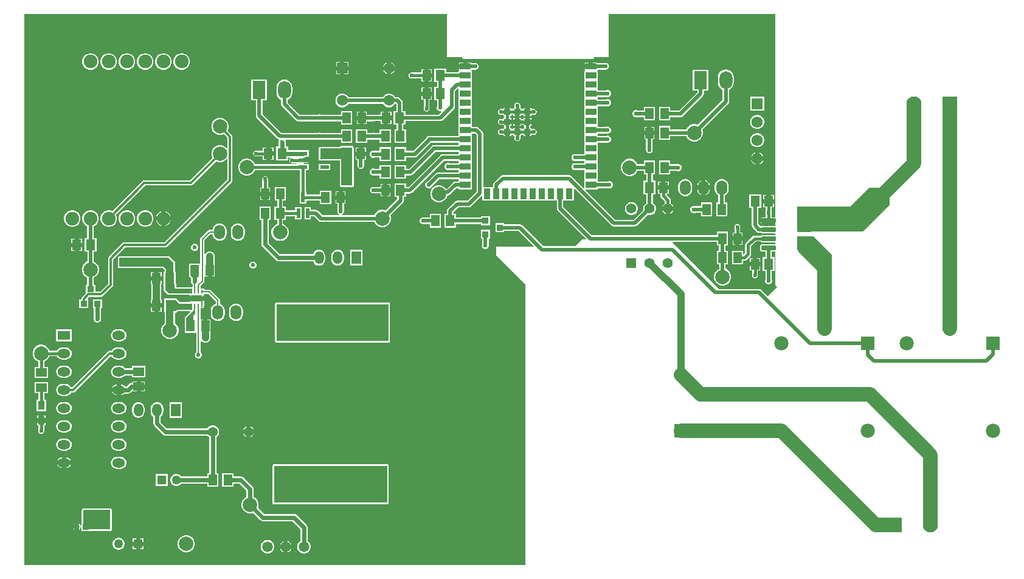
<source format=gtl>
G04*
G04 #@! TF.GenerationSoftware,Altium Limited,Altium Designer,24.5.2 (23)*
G04*
G04 Layer_Physical_Order=1*
G04 Layer_Color=255*
%FSLAX25Y25*%
%MOIN*%
G70*
G04*
G04 #@! TF.SameCoordinates,6455B1CA-3022-4927-84EB-C38AD889BDF6*
G04*
G04*
G04 #@! TF.FilePolarity,Positive*
G04*
G01*
G75*
%ADD13C,0.00787*%
%ADD16C,0.01181*%
%ADD21C,0.01968*%
%ADD25R,0.02000X0.05200*%
%ADD26R,0.05900X0.03500*%
%ADD27R,0.03500X0.05900*%
%ADD28R,0.03500X0.03500*%
%ADD29R,0.00984X0.01968*%
%ADD30R,0.04528X0.05906*%
%ADD31R,0.05118X0.05906*%
%ADD32R,0.03500X0.03200*%
G04:AMPARAMS|DCode=33|XSize=77.56mil|YSize=23.62mil|CornerRadius=2.95mil|HoleSize=0mil|Usage=FLASHONLY|Rotation=180.000|XOffset=0mil|YOffset=0mil|HoleType=Round|Shape=RoundedRectangle|*
%AMROUNDEDRECTD33*
21,1,0.07756,0.01772,0,0,180.0*
21,1,0.07165,0.02362,0,0,180.0*
1,1,0.00591,-0.03583,0.00886*
1,1,0.00591,0.03583,0.00886*
1,1,0.00591,0.03583,-0.00886*
1,1,0.00591,-0.03583,-0.00886*
%
%ADD33ROUNDEDRECTD33*%
%ADD34R,0.03200X0.03500*%
%ADD35R,0.04750X0.02000*%
%ADD36R,0.05906X0.04528*%
%ADD37R,0.03740X0.04724*%
%ADD46O,0.05200X0.07087*%
%ADD47R,0.05200X0.07087*%
%ADD52R,0.05900X0.05900*%
%ADD56O,0.05906X0.07874*%
%ADD57R,0.06181X0.06181*%
%ADD58C,0.06181*%
%ADD66C,0.05800*%
%ADD67R,0.05000X0.05000*%
%ADD68C,0.05000*%
%ADD72C,0.05400*%
%ADD75R,0.06299X0.03543*%
%ADD76C,0.07874*%
%ADD77C,0.03937*%
%ADD78C,0.02362*%
%ADD79C,0.01575*%
%ADD80R,0.06000X0.21000*%
%ADD81R,0.62177X0.20500*%
%ADD82R,0.61354X0.20500*%
%ADD83R,0.13056X0.05952*%
%ADD84R,0.15000X0.10500*%
%ADD85C,0.07480*%
%ADD86O,0.05906X0.07874*%
%ADD87C,0.08268*%
%ADD88R,0.08268X0.08268*%
%ADD89C,0.05900*%
%ADD90C,0.07874*%
%ADD91R,0.07087X0.09843*%
%ADD92O,0.07087X0.09843*%
%ADD93C,0.07677*%
%ADD94R,0.07677X0.07677*%
%ADD95R,0.07795X0.07795*%
%ADD96C,0.07618*%
%ADD97C,0.07795*%
%ADD98C,0.05512*%
%ADD99R,0.05512X0.05512*%
%ADD100O,0.07087X0.05100*%
%ADD101R,0.07087X0.05100*%
%ADD102R,0.03347X0.03347*%
%ADD103C,0.03347*%
%ADD104C,0.01968*%
%ADD105C,0.06000*%
%ADD106C,0.02362*%
G36*
X414500Y193727D02*
X414339Y193595D01*
X412361D01*
Y196256D01*
Y199163D01*
X413715D01*
Y201331D01*
X407797D01*
Y199163D01*
X409150D01*
Y196256D01*
Y193595D01*
X407173D01*
X406902Y193541D01*
X406672Y193387D01*
X406537Y193185D01*
X410756D01*
Y190815D01*
X406537D01*
X406672Y190613D01*
X406902Y190459D01*
X407173Y190405D01*
X410701D01*
X410756Y190394D01*
X410811Y190405D01*
X414339D01*
X414500Y190273D01*
Y189122D01*
X414339Y188990D01*
X407173D01*
X406751Y188906D01*
X406602Y188806D01*
X406248D01*
X405082Y189973D01*
Y198776D01*
X406622D01*
Y206256D01*
X399929D01*
Y198776D01*
X401469D01*
Y189225D01*
X401607Y188533D01*
X401998Y187947D01*
X404223Y185723D01*
X404809Y185331D01*
X405500Y185194D01*
X406602D01*
X406751Y185094D01*
X407173Y185010D01*
X414339D01*
X414500Y184878D01*
Y184122D01*
X414339Y183990D01*
X407173D01*
X406751Y183906D01*
X406393Y183666D01*
X406352Y183606D01*
X403000D01*
X403000Y183606D01*
X402386Y183483D01*
X401865Y183135D01*
X401865Y183135D01*
X398365Y179635D01*
X398017Y179114D01*
X397894Y178500D01*
X397894Y178500D01*
Y174165D01*
X397085Y173356D01*
X396685Y173522D01*
Y175240D01*
X390583D01*
Y167760D01*
X396685D01*
Y169894D01*
X397500D01*
X397500Y169894D01*
X398114Y170016D01*
X398635Y170364D01*
X400635Y172365D01*
X400983Y172886D01*
X401106Y173500D01*
X401106Y173500D01*
Y177835D01*
X403665Y180394D01*
X406352D01*
X406393Y180334D01*
X406751Y180094D01*
X407173Y180010D01*
X414339D01*
X414500Y179878D01*
Y179122D01*
X414339Y178990D01*
X407173D01*
X406751Y178906D01*
X406393Y178666D01*
X406153Y178308D01*
X406069Y177886D01*
Y176114D01*
X406153Y175692D01*
X406393Y175334D01*
X406751Y175094D01*
X407173Y175010D01*
X408934D01*
Y171740D01*
X407394D01*
Y164260D01*
X408934D01*
Y159543D01*
X408772Y159151D01*
Y158368D01*
X409071Y157645D01*
X409625Y157091D01*
X410349Y156791D01*
X411132D01*
X411855Y157091D01*
X412409Y157645D01*
X412709Y158368D01*
Y159151D01*
X412546Y159543D01*
Y164260D01*
X414087D01*
Y171740D01*
X412546D01*
Y175010D01*
X414339D01*
X414500Y174878D01*
Y156500D01*
X415500Y155500D01*
X410277Y150277D01*
X406777Y153777D01*
X406191Y154169D01*
X405500Y154306D01*
X383694D01*
X358176Y179824D01*
X358329Y180193D01*
X382315D01*
Y178260D01*
X383560D01*
Y175240D01*
X382315D01*
Y167760D01*
X383627D01*
Y165374D01*
X382599Y164780D01*
X381719Y163901D01*
X381098Y162824D01*
X380776Y161622D01*
Y160378D01*
X381098Y159176D01*
X381719Y158099D01*
X382599Y157220D01*
X383676Y156598D01*
X384878Y156276D01*
X386122D01*
X387323Y156598D01*
X388401Y157220D01*
X389281Y158099D01*
X389902Y159176D01*
X390224Y160378D01*
Y161622D01*
X389902Y162824D01*
X389281Y163901D01*
X388401Y164780D01*
X387323Y165402D01*
X387240Y165425D01*
Y167760D01*
X388418D01*
Y175240D01*
X387173D01*
Y178260D01*
X388418D01*
Y185740D01*
X382315D01*
Y183806D01*
X313749D01*
X298206Y199348D01*
Y202748D01*
X303937D01*
Y209332D01*
X304307Y209485D01*
X324570Y189223D01*
X325156Y188831D01*
X325847Y188694D01*
X337500D01*
X338191Y188831D01*
X338777Y189223D01*
X344622Y195067D01*
X345034Y194957D01*
X345967D01*
X346868Y195198D01*
X347676Y195665D01*
X348335Y196324D01*
X348802Y197132D01*
X349043Y198033D01*
Y198967D01*
X348802Y199868D01*
X348335Y200676D01*
X347676Y201335D01*
X347306Y201549D01*
Y206260D01*
X348846D01*
Y213740D01*
X347306D01*
Y217260D01*
X348551D01*
Y224740D01*
X342449D01*
Y222806D01*
X338907D01*
X338902Y222824D01*
X338281Y223901D01*
X337401Y224781D01*
X336323Y225402D01*
X335122Y225724D01*
X333878D01*
X332676Y225402D01*
X331599Y224781D01*
X330719Y223901D01*
X330098Y222824D01*
X329776Y221622D01*
Y220378D01*
X330098Y219176D01*
X330719Y218099D01*
X331599Y217219D01*
X332676Y216598D01*
X333878Y216276D01*
X335122D01*
X336323Y216598D01*
X337401Y217219D01*
X338281Y218099D01*
X338902Y219176D01*
X338907Y219194D01*
X342449D01*
Y217260D01*
X343694D01*
Y213740D01*
X342154D01*
Y206260D01*
X343694D01*
Y201549D01*
X343324Y201335D01*
X342665Y200676D01*
X342198Y199868D01*
X341957Y198967D01*
Y198033D01*
X342067Y197622D01*
X336752Y192306D01*
X326595D01*
X310398Y208503D01*
X310552Y208873D01*
X317087D01*
Y209649D01*
X322826D01*
X323108Y209531D01*
X323892D01*
X324615Y209831D01*
X325169Y210385D01*
X325468Y211108D01*
Y211892D01*
X325169Y212615D01*
X324615Y213169D01*
X323892Y213469D01*
X323108D01*
X322608Y213261D01*
X317087D01*
Y218873D01*
Y223873D01*
Y228873D01*
Y234626D01*
X321650D01*
X322041Y234464D01*
X322824D01*
X323548Y234764D01*
X324101Y235317D01*
X324401Y236041D01*
Y236824D01*
X324101Y237548D01*
X323548Y238101D01*
X322824Y238401D01*
X322041D01*
X321650Y238239D01*
X317087D01*
Y239626D01*
X321650D01*
X322041Y239464D01*
X322824D01*
X323548Y239764D01*
X324101Y240317D01*
X324401Y241041D01*
Y241824D01*
X324101Y242548D01*
X323548Y243101D01*
X322824Y243401D01*
X322041D01*
X321650Y243239D01*
X317087D01*
Y248873D01*
Y254649D01*
X321826D01*
X322108Y254532D01*
X322892D01*
X323615Y254831D01*
X324169Y255385D01*
X324468Y256108D01*
Y256892D01*
X324169Y257615D01*
X323615Y258169D01*
X322892Y258469D01*
X322108D01*
X321608Y258261D01*
X317087D01*
Y259604D01*
X321934D01*
X322108Y259531D01*
X322892D01*
X323615Y259831D01*
X324169Y260385D01*
X324468Y261108D01*
Y261892D01*
X324169Y262615D01*
X323615Y263169D01*
X322892Y263469D01*
X322108D01*
X321500Y263216D01*
X317087D01*
Y268873D01*
Y273947D01*
X317007D01*
X316761Y274285D01*
X316780Y274354D01*
X316994Y274604D01*
X321410D01*
X322101Y274741D01*
X322687Y275133D01*
X322777Y275223D01*
X323169Y275809D01*
X323306Y276500D01*
X323169Y277191D01*
X322777Y277777D01*
X322191Y278169D01*
X321500Y278306D01*
X321047Y278216D01*
X316700D01*
Y278560D01*
X314535D01*
Y276410D01*
X313350D01*
Y275225D01*
X310000D01*
Y274347D01*
X310000Y274260D01*
X309789Y273947D01*
X309613D01*
Y268873D01*
Y263873D01*
Y258873D01*
Y253873D01*
Y248873D01*
Y243873D01*
Y238873D01*
Y233873D01*
Y228216D01*
X305373D01*
X304982Y228379D01*
X304198D01*
X303475Y228079D01*
X302921Y227525D01*
X302622Y226802D01*
Y226018D01*
X302921Y225295D01*
X303475Y224741D01*
X304198Y224442D01*
X304982D01*
X305373Y224604D01*
X309613D01*
Y223216D01*
X305373D01*
X304982Y223378D01*
X304198D01*
X303475Y223079D01*
X302921Y222525D01*
X302622Y221802D01*
Y221018D01*
X302921Y220295D01*
X303475Y219741D01*
X304198Y219442D01*
X304982D01*
X305373Y219604D01*
X309613D01*
Y213873D01*
Y209811D01*
X309243Y209658D01*
X302624Y216277D01*
X302038Y216669D01*
X301347Y216806D01*
X265000D01*
X264309Y216669D01*
X263723Y216277D01*
X260123Y212677D01*
X259731Y212091D01*
X259594Y211400D01*
Y210222D01*
X254306D01*
Y239500D01*
X254169Y240191D01*
X253777Y240777D01*
X251777Y242777D01*
X251191Y243169D01*
X250500Y243306D01*
X248187D01*
Y248873D01*
Y253873D01*
Y258873D01*
Y263873D01*
Y268873D01*
Y273947D01*
X248107D01*
X247861Y274285D01*
X247880Y274354D01*
X248094Y274604D01*
X250090D01*
X250781Y274741D01*
X251367Y275133D01*
X251759Y275719D01*
X251896Y276410D01*
X251759Y277101D01*
X251367Y277687D01*
X250781Y278079D01*
X250090Y278216D01*
X247800D01*
Y278560D01*
X245635D01*
Y276410D01*
X244450D01*
Y275225D01*
X241100D01*
Y274347D01*
X241100Y274260D01*
X240889Y273947D01*
X240713D01*
Y273216D01*
X234087D01*
Y275240D01*
X227394D01*
Y267760D01*
X228934D01*
Y265240D01*
X227394D01*
Y257760D01*
X228934D01*
Y254523D01*
X228772Y254132D01*
Y253349D01*
X229071Y252625D01*
X229625Y252071D01*
X230349Y251772D01*
X231132D01*
X231165Y251786D01*
X231392Y251447D01*
X229952Y250006D01*
X211780D01*
Y251940D01*
X210240D01*
Y256566D01*
X210103Y257257D01*
X209711Y257843D01*
X208494Y259061D01*
X207908Y259452D01*
X207217Y259590D01*
X205863D01*
X205581Y260078D01*
X204885Y260774D01*
X204033Y261266D01*
X203083Y261521D01*
X202098D01*
X201148Y261266D01*
X200296Y260774D01*
X199600Y260078D01*
X199318Y259590D01*
X180273D01*
X179991Y260078D01*
X179295Y260774D01*
X178443Y261266D01*
X177492Y261521D01*
X176508D01*
X175557Y261266D01*
X174705Y260774D01*
X174009Y260078D01*
X173517Y259226D01*
X173263Y258276D01*
Y257291D01*
X173517Y256341D01*
X174009Y255489D01*
X174705Y254793D01*
X175557Y254301D01*
X176508Y254046D01*
X177492D01*
X178443Y254301D01*
X179295Y254793D01*
X179991Y255489D01*
X180273Y255977D01*
X199318D01*
X199600Y255489D01*
X200296Y254793D01*
X201148Y254301D01*
X202098Y254046D01*
X203083D01*
X204033Y254301D01*
X204885Y254793D01*
X205581Y255489D01*
X205863Y255977D01*
X206468D01*
X206627Y255818D01*
Y251940D01*
X205087D01*
Y244460D01*
X206856D01*
Y241905D01*
X205839D01*
Y234424D01*
X211942D01*
Y241905D01*
X210469D01*
Y244460D01*
X211780D01*
Y246394D01*
X230700D01*
X231391Y246531D01*
X231977Y246923D01*
X238277Y253223D01*
X238669Y253809D01*
X238806Y254500D01*
Y262752D01*
X240313Y264258D01*
X240713Y264092D01*
Y258873D01*
Y253873D01*
Y248873D01*
Y243873D01*
Y238216D01*
X225693D01*
X225302Y238379D01*
X224518D01*
X223795Y238079D01*
X223241Y237525D01*
X223079Y237134D01*
X216102Y230157D01*
X211942D01*
Y232090D01*
X205839D01*
Y224610D01*
X211942D01*
Y226544D01*
X216850D01*
X217542Y226681D01*
X218128Y227073D01*
X225634Y234579D01*
X225693Y234604D01*
X240713D01*
Y233216D01*
X228193D01*
X227801Y233379D01*
X227018D01*
X226295Y233079D01*
X225741Y232525D01*
X225579Y232134D01*
X213752Y220306D01*
X211924D01*
Y222224D01*
X205821D01*
Y214744D01*
X211924D01*
Y216694D01*
X214500D01*
X215191Y216831D01*
X215777Y217223D01*
X228134Y229579D01*
X228193Y229604D01*
X240713D01*
Y228216D01*
X231910D01*
X231219Y228079D01*
X230633Y227687D01*
X213252Y210306D01*
X211931D01*
Y212278D01*
X205829D01*
Y204797D01*
X207111D01*
Y203665D01*
X200839Y197394D01*
X200824Y197402D01*
X199622Y197724D01*
X198378D01*
X197176Y197402D01*
X196099Y196781D01*
X195220Y195901D01*
X194597Y194824D01*
X194593Y194806D01*
X176965D01*
X176916Y194945D01*
X176899Y195206D01*
X177424Y195557D01*
X177816Y196143D01*
X177953Y196835D01*
X177940Y196901D01*
Y201148D01*
X178797D01*
Y203315D01*
X173470D01*
Y201148D01*
X174327D01*
Y196848D01*
X174465Y196157D01*
X174856Y195571D01*
X174870Y195557D01*
X175395Y195206D01*
X175377Y194945D01*
X175328Y194806D01*
X166248D01*
X163828Y197226D01*
X163242Y197618D01*
X162551Y197755D01*
X159854D01*
Y199336D01*
X156280D01*
Y196044D01*
X156261Y195949D01*
X156280Y195854D01*
Y192562D01*
X159854D01*
Y194143D01*
X161803D01*
X164223Y191723D01*
X164809Y191331D01*
X165500Y191194D01*
X194593D01*
X194597Y191176D01*
X195220Y190099D01*
X196099Y189219D01*
X197176Y188598D01*
X198378Y188276D01*
X199622D01*
X200824Y188598D01*
X201901Y189219D01*
X202781Y190099D01*
X203402Y191176D01*
X203724Y192378D01*
Y193622D01*
X203402Y194824D01*
X203394Y194839D01*
X210195Y201640D01*
X210586Y202226D01*
X210724Y202917D01*
Y204797D01*
X211931D01*
Y206694D01*
X214000D01*
X214691Y206831D01*
X215277Y207223D01*
X232658Y224604D01*
X240713D01*
Y223216D01*
X236000D01*
X235392Y223468D01*
X234608D01*
X233885Y223169D01*
X233331Y222615D01*
X233032Y221892D01*
Y221108D01*
X233331Y220385D01*
X233885Y219831D01*
X234608Y219531D01*
X235392D01*
X235566Y219604D01*
X240713D01*
Y218216D01*
X229410D01*
X228719Y218079D01*
X228133Y217687D01*
X223776Y213331D01*
X223385Y213169D01*
X222831Y212615D01*
X222532Y211892D01*
Y211108D01*
X222831Y210385D01*
X223385Y209831D01*
X224108Y209531D01*
X224892D01*
X225615Y209831D01*
X226169Y210385D01*
X226331Y210776D01*
X230158Y214604D01*
X240713D01*
Y213216D01*
X238910D01*
X238219Y213079D01*
X237633Y212687D01*
X234251Y209306D01*
X233812Y209347D01*
X233781Y209401D01*
X232901Y210280D01*
X231823Y210902D01*
X230622Y211224D01*
X229378D01*
X228176Y210902D01*
X227099Y210280D01*
X226220Y209401D01*
X225598Y208324D01*
X225276Y207122D01*
Y205878D01*
X225598Y204676D01*
X226220Y203599D01*
X227099Y202719D01*
X228176Y202098D01*
X229378Y201776D01*
X230622D01*
X231823Y202098D01*
X232901Y202719D01*
X233781Y203599D01*
X234402Y204676D01*
X234649Y205597D01*
X234903D01*
X235595Y205734D01*
X236181Y206126D01*
X239658Y209604D01*
X240713D01*
Y208873D01*
X248187D01*
Y213873D01*
Y218873D01*
Y223873D01*
Y228873D01*
Y233873D01*
Y239694D01*
X249752D01*
X250694Y238752D01*
Y207748D01*
X245752Y202806D01*
X240000D01*
X239309Y202669D01*
X238723Y202277D01*
X234963Y198517D01*
X234571Y197931D01*
X234434Y197240D01*
Y195480D01*
X233189D01*
Y188000D01*
X239291D01*
Y189934D01*
X253176D01*
Y189203D01*
X257950D01*
Y194277D01*
X253176D01*
Y193546D01*
X239291D01*
Y195480D01*
X238046D01*
Y196492D01*
X240748Y199194D01*
X246500D01*
X247191Y199331D01*
X247777Y199723D01*
X253463Y205408D01*
X253863Y205242D01*
Y202748D01*
X294594D01*
Y198600D01*
X294731Y197909D01*
X295123Y197323D01*
X310576Y181870D01*
X310423Y181500D01*
X308500D01*
X304806Y177806D01*
X287248D01*
X275777Y189277D01*
X275191Y189669D01*
X274500Y189806D01*
X265824D01*
Y190537D01*
X261050D01*
Y185463D01*
X265824D01*
Y186194D01*
X273752D01*
X282076Y177870D01*
X281923Y177500D01*
X261500D01*
Y173000D01*
X277500Y157000D01*
Y2780D01*
X2780D01*
X2780Y305220D01*
X234500D01*
Y281500D01*
X242647D01*
X242708Y281193D01*
X242882Y280932D01*
X243143Y280758D01*
X243450Y280697D01*
X314350D01*
X314657Y280758D01*
X314918Y280932D01*
X315092Y281193D01*
X315153Y281500D01*
X323000D01*
Y305220D01*
X414500D01*
Y193727D01*
D02*
G37*
G36*
X477000Y200500D02*
X462500Y186000D01*
X426500D01*
Y199500D01*
X455500D01*
X466000Y210000D01*
X477000D01*
Y200500D01*
D02*
G37*
G36*
X445500Y173000D02*
Y164500D01*
X426500Y176500D01*
Y183000D01*
X426495Y183005D01*
Y183220D01*
X435280D01*
X445500Y173000D01*
D02*
G37*
%LPC*%
G36*
X243265Y278560D02*
X241100D01*
Y277595D01*
X243265D01*
Y278560D01*
D02*
G37*
G36*
X312165D02*
X310000D01*
Y277595D01*
X312165D01*
Y278560D01*
D02*
G37*
G36*
X203776Y278651D02*
Y276685D01*
X205741D01*
X205712Y276793D01*
X205271Y277557D01*
X204647Y278181D01*
X203884Y278622D01*
X203776Y278651D01*
D02*
G37*
G36*
X201406D02*
X201297Y278622D01*
X200534Y278181D01*
X199910Y277557D01*
X199469Y276793D01*
X199440Y276685D01*
X201406D01*
Y278651D01*
D02*
G37*
G36*
X180350Y278850D02*
X178185D01*
Y276685D01*
X180350D01*
Y278850D01*
D02*
G37*
G36*
X175815D02*
X173650D01*
Y276685D01*
X175815D01*
Y278850D01*
D02*
G37*
G36*
X89596Y283630D02*
X88404D01*
X87252Y283321D01*
X86220Y282725D01*
X85377Y281882D01*
X84781Y280850D01*
X84472Y279698D01*
Y278506D01*
X84781Y277355D01*
X85377Y276322D01*
X86220Y275479D01*
X87252Y274883D01*
X88404Y274575D01*
X89596D01*
X90748Y274883D01*
X91780Y275479D01*
X92623Y276322D01*
X93219Y277355D01*
X93528Y278506D01*
Y279698D01*
X93219Y280850D01*
X92623Y281882D01*
X91780Y282725D01*
X90748Y283321D01*
X89596Y283630D01*
D02*
G37*
G36*
X79596D02*
X78404D01*
X77252Y283321D01*
X76220Y282725D01*
X75377Y281882D01*
X74781Y280850D01*
X74472Y279698D01*
Y278506D01*
X74781Y277355D01*
X75377Y276322D01*
X76220Y275479D01*
X77252Y274883D01*
X78404Y274575D01*
X79596D01*
X80748Y274883D01*
X81780Y275479D01*
X82623Y276322D01*
X83219Y277355D01*
X83527Y278506D01*
Y279698D01*
X83219Y280850D01*
X82623Y281882D01*
X81780Y282725D01*
X80748Y283321D01*
X79596Y283630D01*
D02*
G37*
G36*
X69596D02*
X68404D01*
X67252Y283321D01*
X66220Y282725D01*
X65377Y281882D01*
X64781Y280850D01*
X64472Y279698D01*
Y278506D01*
X64781Y277355D01*
X65377Y276322D01*
X66220Y275479D01*
X67252Y274883D01*
X68404Y274575D01*
X69596D01*
X70748Y274883D01*
X71780Y275479D01*
X72623Y276322D01*
X73219Y277355D01*
X73527Y278506D01*
Y279698D01*
X73219Y280850D01*
X72623Y281882D01*
X71780Y282725D01*
X70748Y283321D01*
X69596Y283630D01*
D02*
G37*
G36*
X59596D02*
X58404D01*
X57252Y283321D01*
X56220Y282725D01*
X55377Y281882D01*
X54781Y280850D01*
X54472Y279698D01*
Y278506D01*
X54781Y277355D01*
X55377Y276322D01*
X56220Y275479D01*
X57252Y274883D01*
X58404Y274575D01*
X59596D01*
X60748Y274883D01*
X61780Y275479D01*
X62623Y276322D01*
X63219Y277355D01*
X63528Y278506D01*
Y279698D01*
X63219Y280850D01*
X62623Y281882D01*
X61780Y282725D01*
X60748Y283321D01*
X59596Y283630D01*
D02*
G37*
G36*
X49596D02*
X48404D01*
X47252Y283321D01*
X46220Y282725D01*
X45377Y281882D01*
X44781Y280850D01*
X44472Y279698D01*
Y278506D01*
X44781Y277355D01*
X45377Y276322D01*
X46220Y275479D01*
X47252Y274883D01*
X48404Y274575D01*
X49596D01*
X50748Y274883D01*
X51780Y275479D01*
X52623Y276322D01*
X53219Y277355D01*
X53527Y278506D01*
Y279698D01*
X53219Y280850D01*
X52623Y281882D01*
X51780Y282725D01*
X50748Y283321D01*
X49596Y283630D01*
D02*
G37*
G36*
X39596D02*
X38404D01*
X37252Y283321D01*
X36220Y282725D01*
X35377Y281882D01*
X34781Y280850D01*
X34472Y279698D01*
Y278506D01*
X34781Y277355D01*
X35377Y276322D01*
X36220Y275479D01*
X37252Y274883D01*
X38404Y274575D01*
X39596D01*
X40748Y274883D01*
X41780Y275479D01*
X42623Y276322D01*
X43219Y277355D01*
X43527Y278506D01*
Y279698D01*
X43219Y280850D01*
X42623Y281882D01*
X41780Y282725D01*
X40748Y283321D01*
X39596Y283630D01*
D02*
G37*
G36*
X226219Y274853D02*
X224445D01*
Y272685D01*
X226219D01*
Y274853D01*
D02*
G37*
G36*
X205741Y274315D02*
X203776D01*
Y272349D01*
X203884Y272378D01*
X204647Y272819D01*
X205271Y273443D01*
X205712Y274207D01*
X205741Y274315D01*
D02*
G37*
G36*
X201406D02*
X199440D01*
X199469Y274207D01*
X199910Y273443D01*
X200534Y272819D01*
X201297Y272378D01*
X201406Y272349D01*
Y274315D01*
D02*
G37*
G36*
X180350D02*
X178185D01*
Y272150D01*
X180350D01*
Y274315D01*
D02*
G37*
G36*
X175815D02*
X173650D01*
Y272150D01*
X175815D01*
Y274315D01*
D02*
G37*
G36*
X226219Y270315D02*
X224445D01*
Y268147D01*
X226219D01*
Y270315D01*
D02*
G37*
G36*
X222075Y274853D02*
X220301D01*
Y273106D01*
X215020D01*
X214405Y272983D01*
X213884Y272635D01*
X213536Y272114D01*
X213414Y271500D01*
X213536Y270885D01*
X213884Y270365D01*
X214405Y270017D01*
X215020Y269894D01*
X220301D01*
Y268147D01*
X222075D01*
Y271500D01*
Y274853D01*
D02*
G37*
G36*
X226219Y264853D02*
X224445D01*
Y262685D01*
X226219D01*
Y264853D01*
D02*
G37*
G36*
X222075D02*
X220301D01*
Y262685D01*
X222075D01*
Y264853D01*
D02*
G37*
G36*
X273000Y256606D02*
X272386Y256483D01*
X271865Y256135D01*
X271855Y256125D01*
X271507Y255605D01*
X271384Y254990D01*
X271384Y254990D01*
Y253670D01*
X270840D01*
Y253126D01*
X269630D01*
Y253670D01*
X268665D01*
Y251520D01*
X266295D01*
Y253670D01*
X265330D01*
Y253126D01*
X264010D01*
X263396Y253003D01*
X262875Y252655D01*
X262527Y252134D01*
X262404Y251520D01*
X262527Y250905D01*
X262875Y250385D01*
X263396Y250037D01*
X264010Y249914D01*
X265330D01*
Y249370D01*
X265874D01*
Y248160D01*
X265330D01*
Y247616D01*
X264010D01*
X263396Y247493D01*
X262875Y247145D01*
X262527Y246624D01*
X262404Y246010D01*
X262527Y245395D01*
X262875Y244875D01*
X263396Y244527D01*
X264010Y244404D01*
X265330D01*
Y243860D01*
X265874D01*
Y242650D01*
X265330D01*
Y242106D01*
X264010D01*
X263396Y241983D01*
X262875Y241635D01*
X262527Y241114D01*
X262404Y240500D01*
X262527Y239885D01*
X262875Y239365D01*
X263396Y239017D01*
X264010Y238894D01*
X265330D01*
Y238350D01*
X266295D01*
Y240500D01*
X268665D01*
Y238350D01*
X269630D01*
Y238894D01*
X270840D01*
Y238350D01*
X271384D01*
Y237030D01*
X271507Y236416D01*
X271855Y235895D01*
X272375Y235547D01*
X272990Y235424D01*
X273604Y235547D01*
X274125Y235895D01*
X274473Y236416D01*
X274596Y237030D01*
Y238350D01*
X275140D01*
Y238894D01*
X276350D01*
Y238350D01*
X277315D01*
Y240500D01*
X279685D01*
Y238350D01*
X280650D01*
Y238894D01*
X281970D01*
X282585Y239017D01*
X283105Y239365D01*
X283453Y239885D01*
X283576Y240500D01*
X283453Y241114D01*
X283105Y241635D01*
X282585Y241983D01*
X281970Y242106D01*
X280650D01*
Y242650D01*
X280106D01*
Y243860D01*
X280650D01*
Y244825D01*
X278500D01*
Y246010D01*
X277315D01*
Y248160D01*
X276350D01*
Y247622D01*
X275699D01*
X275666Y247629D01*
X275633Y247622D01*
X275140D01*
Y248160D01*
X274175D01*
Y246010D01*
Y243860D01*
X275140D01*
Y244411D01*
X275660D01*
X275660Y244411D01*
X275666Y244412D01*
X275673Y244411D01*
X275673Y244411D01*
X276350D01*
Y243860D01*
X276894D01*
Y242650D01*
X276350D01*
Y242106D01*
X275140D01*
Y242650D01*
X274175D01*
Y240500D01*
X271805D01*
Y242650D01*
X270840D01*
Y242106D01*
X269630D01*
Y242650D01*
X269086D01*
Y243860D01*
X269630D01*
Y244825D01*
X267480D01*
Y247195D01*
X269630D01*
Y248160D01*
X269086D01*
Y249370D01*
X269630D01*
Y249914D01*
X270840D01*
Y249370D01*
X271805D01*
Y251520D01*
X274175D01*
Y249370D01*
X275140D01*
Y249914D01*
X276350D01*
Y249370D01*
X277315D01*
Y251520D01*
Y253670D01*
X276350D01*
Y253126D01*
X275140D01*
Y253670D01*
X274596D01*
Y254950D01*
X274606Y255000D01*
X274483Y255614D01*
X274135Y256135D01*
X273614Y256483D01*
X273000Y256606D01*
D02*
G37*
G36*
X377831Y274709D02*
X369169D01*
Y263291D01*
X371694D01*
Y262248D01*
X361776Y252331D01*
X361717Y252306D01*
X356685D01*
Y254240D01*
X350583D01*
Y246760D01*
X356685D01*
Y248693D01*
X361717D01*
X362108Y248531D01*
X362891D01*
X363615Y248831D01*
X364169Y249385D01*
X364331Y249776D01*
X374777Y260223D01*
X375169Y260809D01*
X375306Y261500D01*
Y263291D01*
X377831D01*
Y274709D01*
D02*
G37*
G36*
X348418Y254240D02*
X342315D01*
Y252306D01*
X338783D01*
X338391Y252468D01*
X337608D01*
X336885Y252168D01*
X336331Y251615D01*
X336031Y250891D01*
Y250108D01*
X336331Y249385D01*
X336885Y248831D01*
X337608Y248531D01*
X338391D01*
X338783Y248693D01*
X342315D01*
Y246760D01*
X348418D01*
Y254240D01*
D02*
G37*
G36*
X408378Y259878D02*
X400622D01*
Y252122D01*
X408378D01*
Y259878D01*
D02*
G37*
G36*
X226219Y260315D02*
X223260D01*
X220301D01*
Y258147D01*
X221654D01*
Y253260D01*
X221776Y252645D01*
X222124Y252124D01*
X222645Y251776D01*
X223260Y251654D01*
X223874Y251776D01*
X224395Y252124D01*
X224743Y252645D01*
X224866Y253260D01*
Y258147D01*
X226219D01*
Y260315D01*
D02*
G37*
G36*
X199768Y251553D02*
X197994D01*
Y250006D01*
X194454D01*
X194198Y249956D01*
X194123Y249970D01*
X190287D01*
Y251517D01*
X188808D01*
Y248164D01*
Y244811D01*
X190287D01*
Y246358D01*
X194123D01*
X194379Y246409D01*
X194454Y246394D01*
X197994D01*
Y244847D01*
X199768D01*
Y248200D01*
Y251553D01*
D02*
G37*
G36*
X280650Y253670D02*
X279685D01*
Y251520D01*
Y249370D01*
X280650D01*
Y249914D01*
X281899D01*
X282000Y249894D01*
X282614Y250017D01*
X283135Y250365D01*
X283483Y250886D01*
X283606Y251500D01*
X283483Y252115D01*
X283135Y252635D01*
X283115Y252655D01*
X282594Y253003D01*
X281980Y253126D01*
X281980Y253126D01*
X280650D01*
Y253670D01*
D02*
G37*
G36*
X203913Y251553D02*
X202139D01*
Y249385D01*
X203913D01*
Y251553D01*
D02*
G37*
G36*
X186438Y251517D02*
X184959D01*
Y249349D01*
X186438D01*
Y251517D01*
D02*
G37*
G36*
X280650Y248160D02*
X279685D01*
Y247195D01*
X280650D01*
Y248160D01*
D02*
G37*
G36*
X271805D02*
X270840D01*
Y247195D01*
X271805D01*
Y248160D01*
D02*
G37*
G36*
X203913Y247015D02*
X202139D01*
Y244847D01*
X203913D01*
Y247015D01*
D02*
G37*
G36*
X186438Y246979D02*
X184959D01*
Y244811D01*
X186438D01*
Y246979D01*
D02*
G37*
G36*
X145280Y269246D02*
X144149Y269097D01*
X143096Y268661D01*
X142191Y267967D01*
X141497Y267062D01*
X141060Y266008D01*
X140911Y264878D01*
Y262122D01*
X141060Y260992D01*
X141497Y259938D01*
X142191Y259033D01*
X143096Y258339D01*
X143473Y258183D01*
Y255720D01*
X143611Y255029D01*
X144002Y254443D01*
X151559Y246887D01*
X152145Y246495D01*
X152836Y246358D01*
X163717D01*
X164108Y246196D01*
X164892D01*
X165283Y246358D01*
X176304D01*
Y244424D01*
X182407D01*
Y251904D01*
X176304D01*
Y249970D01*
X165283D01*
X164892Y250132D01*
X164108D01*
X163717Y249970D01*
X153584D01*
X147086Y256469D01*
Y258183D01*
X147464Y258339D01*
X148368Y259033D01*
X149062Y259938D01*
X149499Y260992D01*
X149648Y262122D01*
Y264878D01*
X149499Y266008D01*
X149062Y267062D01*
X148368Y267967D01*
X147464Y268661D01*
X146410Y269097D01*
X145280Y269246D01*
D02*
G37*
G36*
X387280Y274746D02*
X386149Y274597D01*
X385096Y274161D01*
X384191Y273467D01*
X383497Y272562D01*
X383060Y271509D01*
X382911Y270378D01*
Y267622D01*
X383060Y266492D01*
X383497Y265438D01*
X384191Y264533D01*
X385096Y263839D01*
X385473Y263683D01*
Y258028D01*
X371839Y244394D01*
X371824Y244403D01*
X370622Y244725D01*
X369378D01*
X368177Y244403D01*
X367099Y243781D01*
X366220Y242901D01*
X365598Y241824D01*
X365593Y241807D01*
X356685D01*
Y243741D01*
X350582D01*
Y236260D01*
X356685D01*
Y238194D01*
X365593D01*
X365598Y238177D01*
X366220Y237100D01*
X367099Y236220D01*
X368177Y235598D01*
X369378Y235276D01*
X370622D01*
X371824Y235598D01*
X372901Y236220D01*
X373781Y237100D01*
X374403Y238177D01*
X374725Y239378D01*
Y240622D01*
X374403Y241824D01*
X374394Y241839D01*
X388557Y256002D01*
X388948Y256588D01*
X389086Y257279D01*
Y263683D01*
X389463Y263839D01*
X390368Y264533D01*
X391062Y265438D01*
X391499Y266492D01*
X391648Y267622D01*
Y270378D01*
X391499Y271509D01*
X391062Y272562D01*
X390368Y273467D01*
X389463Y274161D01*
X388410Y274597D01*
X387280Y274746D01*
D02*
G37*
G36*
X271805Y244825D02*
X270840D01*
Y243860D01*
X271805D01*
Y244825D01*
D02*
G37*
G36*
X405011Y249878D02*
X403989D01*
X403003Y249614D01*
X402119Y249103D01*
X401397Y248381D01*
X400886Y247497D01*
X400622Y246511D01*
Y245490D01*
X400886Y244503D01*
X401397Y243619D01*
X402119Y242897D01*
X403003Y242386D01*
X403989Y242122D01*
X405011D01*
X405997Y242386D01*
X406881Y242897D01*
X407603Y243619D01*
X408114Y244503D01*
X408378Y245490D01*
Y246511D01*
X408114Y247497D01*
X407603Y248381D01*
X406881Y249103D01*
X405997Y249614D01*
X405011Y249878D01*
D02*
G37*
G36*
X348030Y243353D02*
X346551D01*
Y241185D01*
X348030D01*
Y243353D01*
D02*
G37*
G36*
X344181D02*
X342702D01*
Y241185D01*
X344181D01*
Y243353D01*
D02*
G37*
G36*
X203674Y241905D02*
X197571D01*
Y239971D01*
X194906D01*
X194514Y240133D01*
X193731D01*
X193340Y239971D01*
X190674D01*
Y241905D01*
X184571D01*
Y234424D01*
X190674D01*
Y236358D01*
X193340D01*
X193731Y236196D01*
X194514D01*
X194906Y236358D01*
X197571D01*
Y234424D01*
X203674D01*
Y241905D01*
D02*
G37*
G36*
X135831Y269209D02*
X127169D01*
Y257791D01*
X129694D01*
Y249500D01*
X129831Y248809D01*
X130223Y248223D01*
X141558Y236887D01*
X142144Y236496D01*
X142146Y236495D01*
X142251Y236280D01*
X142306Y236056D01*
X142255Y235932D01*
X142146Y235768D01*
X142107Y235574D01*
X142032Y235392D01*
Y235194D01*
X141993Y235000D01*
Y232413D01*
X140654D01*
Y224933D01*
X147346D01*
Y226666D01*
X148523D01*
X148644Y226266D01*
X148398Y226102D01*
X148050Y225581D01*
X147928Y224967D01*
X148050Y224352D01*
X148398Y223831D01*
X148919Y223483D01*
X149533Y223361D01*
X151942D01*
X152144Y222961D01*
X152031Y222809D01*
X152013Y222798D01*
X129154D01*
X129095Y223016D01*
X128473Y224094D01*
X127594Y224973D01*
X126516Y225595D01*
X125315Y225917D01*
X124071D01*
X122869Y225595D01*
X121792Y224973D01*
X120912Y224094D01*
X120290Y223016D01*
X119968Y221815D01*
Y220571D01*
X120290Y219369D01*
X120912Y218292D01*
X121792Y217412D01*
X122869Y216790D01*
X124071Y216469D01*
X125315D01*
X126516Y216790D01*
X127594Y217412D01*
X128473Y218292D01*
X129095Y219369D01*
X129154Y219587D01*
X152346D01*
Y219406D01*
X153902D01*
Y208036D01*
X153721D01*
Y201262D01*
X157295D01*
Y203043D01*
X164815D01*
Y200760D01*
X170917D01*
Y208241D01*
X164815D01*
Y206255D01*
X157295D01*
Y208036D01*
X157114D01*
Y219406D01*
X158670D01*
Y222980D01*
X155813D01*
X155774Y223380D01*
X156123Y223450D01*
X156247Y223533D01*
X158283D01*
Y223748D01*
X155508D01*
Y226118D01*
X158283D01*
Y226333D01*
X156560D01*
X156424Y226472D01*
X156420Y226509D01*
X156579Y226886D01*
X158670D01*
Y230461D01*
X156376D01*
X156276Y230527D01*
X155508Y230680D01*
X147346D01*
Y232413D01*
X146007D01*
Y235000D01*
X145968Y235194D01*
Y235392D01*
X145893Y235574D01*
X145854Y235768D01*
X145745Y235932D01*
X145734Y235958D01*
X145933Y236330D01*
X145968Y236358D01*
X163731D01*
X164108Y236202D01*
X164892D01*
X165269Y236358D01*
X176304D01*
Y234424D01*
X182406D01*
Y241905D01*
X176304D01*
Y239971D01*
X165296D01*
X164892Y240139D01*
X164108D01*
X163704Y239971D01*
X143584D01*
X133306Y250248D01*
Y257791D01*
X135831D01*
Y269209D01*
D02*
G37*
G36*
X405011Y239878D02*
X403989D01*
X403003Y239614D01*
X402119Y239103D01*
X401397Y238381D01*
X400886Y237497D01*
X400622Y236510D01*
Y235490D01*
X400886Y234503D01*
X401397Y233619D01*
X402119Y232897D01*
X403003Y232386D01*
X403989Y232122D01*
X405011D01*
X405997Y232386D01*
X406881Y232897D01*
X407603Y233619D01*
X408114Y234503D01*
X408378Y235490D01*
Y236510D01*
X408114Y237497D01*
X407603Y238381D01*
X406881Y239103D01*
X405997Y239614D01*
X405011Y239878D01*
D02*
G37*
G36*
X110622Y248224D02*
X109378D01*
X108176Y247902D01*
X107099Y247281D01*
X106219Y246401D01*
X105597Y245324D01*
X105276Y244122D01*
Y242878D01*
X105597Y241676D01*
X106219Y240599D01*
X107099Y239720D01*
X108176Y239098D01*
X109378Y238776D01*
X110622D01*
X111824Y239098D01*
X112199Y239314D01*
X114095Y237418D01*
Y231607D01*
X113695Y231486D01*
X112901Y232280D01*
X111824Y232902D01*
X110622Y233224D01*
X109378D01*
X108176Y232902D01*
X107099Y232280D01*
X106219Y231401D01*
X105597Y230324D01*
X105276Y229122D01*
Y227878D01*
X105597Y226676D01*
X105814Y226301D01*
X93418Y213905D01*
X68500D01*
X67962Y213798D01*
X67506Y213493D01*
X51055Y197042D01*
X50748Y197219D01*
X49596Y197528D01*
X48404D01*
X47252Y197219D01*
X46220Y196623D01*
X45377Y195780D01*
X44781Y194748D01*
X44472Y193596D01*
Y192404D01*
X44781Y191252D01*
X45377Y190220D01*
X46220Y189377D01*
X47252Y188781D01*
X48404Y188472D01*
X49596D01*
X50748Y188781D01*
X51780Y189377D01*
X52623Y190220D01*
X53219Y191252D01*
X53527Y192404D01*
Y193596D01*
X53219Y194748D01*
X53042Y195055D01*
X69082Y211095D01*
X94000D01*
X94538Y211202D01*
X94993Y211507D01*
X107801Y224314D01*
X108176Y224098D01*
X109378Y223776D01*
X110622D01*
X111824Y224098D01*
X112901Y224720D01*
X113695Y225514D01*
X114095Y225393D01*
Y214582D01*
X79418Y179905D01*
X57500D01*
X56962Y179798D01*
X56507Y179493D01*
X49007Y171994D01*
X48702Y171538D01*
X48595Y171000D01*
Y157082D01*
X44314Y152801D01*
X41600D01*
Y156564D01*
X40806D01*
Y160593D01*
X40824Y160598D01*
X41901Y161220D01*
X42781Y162099D01*
X43402Y163176D01*
X43724Y164378D01*
Y165622D01*
X43402Y166824D01*
X42781Y167901D01*
X41901Y168781D01*
X40869Y169376D01*
Y174760D01*
X42346D01*
Y182240D01*
X40806D01*
Y188815D01*
X41780Y189377D01*
X42623Y190220D01*
X43219Y191252D01*
X43527Y192404D01*
Y193596D01*
X43219Y194748D01*
X42623Y195780D01*
X41780Y196623D01*
X40748Y197219D01*
X39596Y197528D01*
X38404D01*
X37252Y197219D01*
X36220Y196623D01*
X35377Y195780D01*
X34781Y194748D01*
X34472Y193596D01*
Y192404D01*
X34781Y191252D01*
X35377Y190220D01*
X36220Y189377D01*
X37194Y188815D01*
Y182240D01*
X35653D01*
Y174760D01*
X37257D01*
Y169424D01*
X37176Y169402D01*
X36099Y168781D01*
X35219Y167901D01*
X34598Y166824D01*
X34276Y165622D01*
Y164378D01*
X34598Y163176D01*
X35219Y162099D01*
X36099Y161220D01*
X37176Y160598D01*
X37194Y160593D01*
Y156564D01*
X36526D01*
Y152013D01*
X34489Y149976D01*
X34185Y149520D01*
X34078Y148983D01*
Y148690D01*
X32786D01*
Y143916D01*
X37860D01*
Y148690D01*
X37700D01*
X37547Y149060D01*
X38478Y149991D01*
X44896D01*
X45434Y150098D01*
X45889Y150402D01*
X50993Y155507D01*
X51298Y155962D01*
X51405Y156500D01*
Y170418D01*
X58082Y177095D01*
X80000D01*
X80538Y177202D01*
X80993Y177506D01*
X116493Y213007D01*
X116798Y213462D01*
X116905Y214000D01*
Y238000D01*
X116798Y238538D01*
X116493Y238993D01*
X114186Y241301D01*
X114402Y241676D01*
X114724Y242878D01*
Y244122D01*
X114402Y245324D01*
X113780Y246401D01*
X112901Y247281D01*
X111824Y247902D01*
X110622Y248224D01*
D02*
G37*
G36*
X203674Y232090D02*
X197571D01*
Y230157D01*
X194906D01*
X194514Y230319D01*
X193731D01*
X193008Y230019D01*
X192454Y229465D01*
X192154Y228742D01*
Y227959D01*
X192454Y227235D01*
X193008Y226681D01*
X193731Y226382D01*
X194514D01*
X194906Y226544D01*
X197571D01*
Y224610D01*
X203674D01*
Y232090D01*
D02*
G37*
G36*
X139479Y232026D02*
X137705D01*
Y229858D01*
X139479D01*
Y232026D01*
D02*
G37*
G36*
X190199Y231853D02*
X188425D01*
Y229685D01*
X190199D01*
Y231853D01*
D02*
G37*
G36*
X186055D02*
X184281D01*
Y229685D01*
X186055D01*
Y231853D01*
D02*
G37*
G36*
X348030Y238815D02*
X342702D01*
Y236648D01*
X343559D01*
Y230634D01*
X343697Y229943D01*
X344089Y229357D01*
X344674Y228965D01*
X345366Y228828D01*
X346057Y228965D01*
X346643Y229357D01*
X347035Y229943D01*
X347172Y230634D01*
Y236648D01*
X348030D01*
Y238815D01*
D02*
G37*
G36*
X405685Y229296D02*
Y227185D01*
X407796D01*
X407753Y227347D01*
X407293Y228143D01*
X406643Y228793D01*
X405847Y229253D01*
X405685Y229296D01*
D02*
G37*
G36*
X403315D02*
X403153Y229253D01*
X402357Y228793D01*
X401707Y228143D01*
X401247Y227347D01*
X401204Y227185D01*
X403315D01*
Y229296D01*
D02*
G37*
G36*
X139479Y227488D02*
X137705D01*
Y225320D01*
X139479D01*
Y227488D01*
D02*
G37*
G36*
X135335Y232026D02*
X133561D01*
Y230279D01*
X129827D01*
X129212Y230157D01*
X128691Y229809D01*
X128343Y229288D01*
X128221Y228673D01*
X128343Y228059D01*
X128691Y227538D01*
X129212Y227190D01*
X129827Y227067D01*
X133561D01*
Y225320D01*
X135335D01*
Y228673D01*
Y232026D01*
D02*
G37*
G36*
X407796Y224815D02*
X405685D01*
Y222704D01*
X405847Y222747D01*
X406643Y223207D01*
X407293Y223857D01*
X407753Y224653D01*
X407796Y224815D01*
D02*
G37*
G36*
X403315D02*
X401204D01*
X401247Y224653D01*
X401707Y223857D01*
X402357Y223207D01*
X403153Y222747D01*
X403315Y222704D01*
Y224815D01*
D02*
G37*
G36*
X203656Y222224D02*
X197554D01*
Y220290D01*
X194888D01*
X194496Y220452D01*
X193713D01*
X192990Y220153D01*
X192436Y219599D01*
X192136Y218875D01*
Y218092D01*
X192436Y217369D01*
X192990Y216815D01*
X193713Y216515D01*
X194496D01*
X194888Y216677D01*
X197554D01*
Y214744D01*
X203656D01*
Y222224D01*
D02*
G37*
G36*
X190199Y227315D02*
X184281D01*
Y225147D01*
X185434D01*
Y222000D01*
X185571Y221309D01*
X185963Y220723D01*
X186549Y220331D01*
X187240Y220194D01*
X187931Y220331D01*
X188517Y220723D01*
X188909Y221309D01*
X189047Y222000D01*
Y225147D01*
X190199D01*
Y227315D01*
D02*
G37*
G36*
X170520Y222980D02*
X164196D01*
Y219406D01*
X170520D01*
Y222980D01*
D02*
G37*
G36*
X356819Y224740D02*
X350717D01*
Y217260D01*
X356819D01*
Y219194D01*
X360351D01*
X360743Y219032D01*
X361526D01*
X362250Y219331D01*
X362803Y219885D01*
X363103Y220608D01*
Y221392D01*
X362803Y222115D01*
X362250Y222669D01*
X361526Y222969D01*
X360743D01*
X360351Y222806D01*
X356819D01*
Y224740D01*
D02*
G37*
G36*
X376185Y214122D02*
Y211185D01*
X378355D01*
X378266Y211859D01*
X377929Y212675D01*
X377391Y213375D01*
X376691Y213913D01*
X376185Y214122D01*
D02*
G37*
G36*
X355939Y213353D02*
X354165D01*
Y211185D01*
X355939D01*
Y213353D01*
D02*
G37*
G36*
X351795D02*
X350021D01*
Y211185D01*
X351795D01*
Y213353D01*
D02*
G37*
G36*
X373815Y214122D02*
X373309Y213913D01*
X372609Y213375D01*
X372071Y212675D01*
X371733Y211859D01*
X371645Y211185D01*
X373815D01*
Y214122D01*
D02*
G37*
G36*
X182500Y232803D02*
X176500D01*
X176193Y232742D01*
X175932Y232568D01*
X175758Y232307D01*
X175757Y232303D01*
X164945D01*
X164637Y232242D01*
X164377Y232068D01*
X164203Y231807D01*
X164142Y231500D01*
Y225548D01*
X164203Y225241D01*
X164377Y224980D01*
X164637Y224806D01*
X164945Y224745D01*
X175697D01*
Y211000D01*
X175758Y210693D01*
X175932Y210432D01*
X176193Y210258D01*
X176500Y210197D01*
X182500D01*
X182807Y210258D01*
X183068Y210432D01*
X183242Y210693D01*
X183303Y211000D01*
Y232000D01*
X183242Y232307D01*
X183068Y232568D01*
X182807Y232742D01*
X182500Y232803D01*
D02*
G37*
G36*
X203276Y211890D02*
X201797D01*
Y209722D01*
X203276D01*
Y211890D01*
D02*
G37*
G36*
X134732Y216373D02*
X134118Y216251D01*
X133597Y215903D01*
X133249Y215382D01*
X133127Y214768D01*
Y209853D01*
X132069D01*
Y207685D01*
X137396D01*
Y209853D01*
X136338D01*
Y214768D01*
X136216Y215382D01*
X135868Y215903D01*
X135347Y216251D01*
X134732Y216373D01*
D02*
G37*
G36*
X378355Y208815D02*
X376185D01*
Y205878D01*
X376691Y206087D01*
X377391Y206625D01*
X377929Y207325D01*
X378266Y208140D01*
X378355Y208815D01*
D02*
G37*
G36*
X373815D02*
X371645D01*
X371733Y208140D01*
X372071Y207325D01*
X372609Y206625D01*
X373309Y206087D01*
X373815Y205878D01*
Y208815D01*
D02*
G37*
G36*
X178797Y207853D02*
X177319D01*
Y205685D01*
X178797D01*
Y207853D01*
D02*
G37*
G36*
X174949D02*
X173470D01*
Y205685D01*
X174949D01*
Y207853D01*
D02*
G37*
G36*
X365000Y214757D02*
X364024Y214628D01*
X363114Y214251D01*
X362333Y213652D01*
X361733Y212871D01*
X361356Y211961D01*
X361228Y210984D01*
Y209016D01*
X361356Y208039D01*
X361733Y207130D01*
X362333Y206348D01*
X363114Y205749D01*
X364024Y205372D01*
X365000Y205243D01*
X365976Y205372D01*
X366886Y205749D01*
X367668Y206348D01*
X368267Y207130D01*
X368644Y208039D01*
X368772Y209016D01*
Y210984D01*
X368644Y211961D01*
X368267Y212871D01*
X367668Y213652D01*
X366886Y214251D01*
X365976Y214628D01*
X365000Y214757D01*
D02*
G37*
G36*
X203276Y207352D02*
X201797D01*
Y205185D01*
X203276D01*
Y207352D01*
D02*
G37*
G36*
X199427Y211890D02*
X197948D01*
Y210344D01*
X194112D01*
X193421Y210206D01*
X192835Y209815D01*
X192443Y209229D01*
X192306Y208537D01*
X192443Y207846D01*
X192835Y207260D01*
X193421Y206869D01*
X194112Y206731D01*
X197948D01*
Y205185D01*
X199427D01*
Y208537D01*
Y211890D01*
D02*
G37*
G36*
X413715Y205869D02*
X411941D01*
Y203701D01*
X413715D01*
Y205869D01*
D02*
G37*
G36*
X409571D02*
X407797D01*
Y203701D01*
X409571D01*
Y205869D01*
D02*
G37*
G36*
X137396Y205315D02*
X135917D01*
Y203147D01*
X137396D01*
Y205315D01*
D02*
G37*
G36*
X133547D02*
X132069D01*
Y203147D01*
X133547D01*
Y205315D01*
D02*
G37*
G36*
X379783Y201740D02*
X373681D01*
Y199806D01*
X370650D01*
X370257Y199969D01*
X369474D01*
X368751Y199669D01*
X368197Y199115D01*
X367897Y198392D01*
Y197609D01*
X368197Y196885D01*
X368751Y196332D01*
X369474Y196032D01*
X370257D01*
X370648Y196194D01*
X373681D01*
Y194260D01*
X379783D01*
Y201740D01*
D02*
G37*
G36*
X355939Y208815D02*
X350021D01*
Y206647D01*
X351375D01*
Y205520D01*
X351375Y205520D01*
X351497Y204905D01*
X351845Y204384D01*
X353894Y202335D01*
Y201217D01*
X353562Y201025D01*
X352975Y200438D01*
X352559Y199718D01*
X352550Y199685D01*
X355500D01*
X358450D01*
X358441Y199718D01*
X358025Y200438D01*
X357438Y201025D01*
X357106Y201217D01*
Y203000D01*
X357106Y203000D01*
X356983Y203614D01*
X356635Y204135D01*
X354586Y206185D01*
Y206647D01*
X355939D01*
Y208815D01*
D02*
G37*
G36*
X358450Y197315D02*
X356685D01*
Y195550D01*
X356718Y195559D01*
X357438Y195975D01*
X358025Y196562D01*
X358441Y197282D01*
X358450Y197315D01*
D02*
G37*
G36*
X354315D02*
X352550D01*
X352559Y197282D01*
X352975Y196562D01*
X353562Y195975D01*
X354282Y195559D01*
X354315Y195550D01*
Y197315D01*
D02*
G37*
G36*
X335966Y202043D02*
X335033D01*
X334132Y201802D01*
X333324Y201335D01*
X332665Y200676D01*
X332198Y199868D01*
X331957Y198967D01*
Y198033D01*
X332198Y197132D01*
X332665Y196324D01*
X333324Y195665D01*
X334132Y195198D01*
X335033Y194957D01*
X335966D01*
X336868Y195198D01*
X337676Y195665D01*
X338335Y196324D01*
X338802Y197132D01*
X339043Y198033D01*
Y198967D01*
X338802Y199868D01*
X338335Y200676D01*
X337676Y201335D01*
X336868Y201802D01*
X335966Y202043D01*
D02*
G37*
G36*
X385000Y214757D02*
X384024Y214628D01*
X383114Y214251D01*
X382332Y213652D01*
X381733Y212871D01*
X381356Y211961D01*
X381228Y210984D01*
Y209016D01*
X381356Y208039D01*
X381733Y207130D01*
X382332Y206348D01*
X383114Y205749D01*
X383194Y205716D01*
Y201740D01*
X381949D01*
Y194260D01*
X388051D01*
Y201740D01*
X386806D01*
Y205716D01*
X386886Y205749D01*
X387667Y206348D01*
X388267Y207130D01*
X388644Y208039D01*
X388772Y209016D01*
Y210984D01*
X388644Y211961D01*
X388267Y212871D01*
X387667Y213652D01*
X386886Y214251D01*
X385976Y214628D01*
X385000Y214757D01*
D02*
G37*
G36*
X80185Y196969D02*
Y194185D01*
X82969D01*
X82858Y194598D01*
X82313Y195542D01*
X81542Y196313D01*
X80598Y196858D01*
X80185Y196969D01*
D02*
G37*
G36*
X77815D02*
X77402Y196858D01*
X76458Y196313D01*
X75687Y195542D01*
X75142Y194598D01*
X75031Y194185D01*
X77815D01*
Y196969D01*
D02*
G37*
G36*
X231023Y195480D02*
X224921D01*
Y193546D01*
X222255D01*
X221864Y193709D01*
X221081D01*
X220357Y193409D01*
X219803Y192855D01*
X219504Y192132D01*
Y191348D01*
X219803Y190625D01*
X220357Y190071D01*
X221081Y189771D01*
X221864D01*
X222255Y189934D01*
X224921D01*
Y188000D01*
X231023D01*
Y195480D01*
D02*
G37*
G36*
X146051Y210240D02*
X139949D01*
Y202760D01*
X141347D01*
Y199689D01*
X139901D01*
Y192209D01*
X141347D01*
Y189906D01*
X141129Y189848D01*
X140052Y189226D01*
X139172Y188346D01*
X138550Y187269D01*
X138228Y186067D01*
Y184823D01*
X138550Y183622D01*
X139172Y182545D01*
X140052Y181665D01*
X141129Y181043D01*
X142331Y180721D01*
X143575D01*
X144776Y181043D01*
X145853Y181665D01*
X146733Y182545D01*
X147355Y183622D01*
X147677Y184823D01*
Y186067D01*
X147355Y187269D01*
X146733Y188346D01*
X145853Y189226D01*
X144776Y189848D01*
X144558Y189906D01*
Y192209D01*
X146004D01*
Y194343D01*
X151162D01*
Y192562D01*
X154736D01*
Y199336D01*
X151162D01*
Y197555D01*
X146004D01*
Y199689D01*
X144558D01*
Y202760D01*
X146051D01*
Y210240D01*
D02*
G37*
G36*
X82969Y191815D02*
X80185D01*
Y189031D01*
X80598Y189142D01*
X81542Y189687D01*
X82313Y190458D01*
X82858Y191402D01*
X82969Y191815D01*
D02*
G37*
G36*
X77815D02*
X75031D01*
X75142Y191402D01*
X75687Y190458D01*
X76458Y189687D01*
X77402Y189142D01*
X77815Y189031D01*
Y191815D01*
D02*
G37*
G36*
X69596Y197528D02*
X68404D01*
X67252Y197219D01*
X66220Y196623D01*
X65377Y195780D01*
X64781Y194748D01*
X64472Y193596D01*
Y192404D01*
X64781Y191252D01*
X65377Y190220D01*
X66220Y189377D01*
X67252Y188781D01*
X68404Y188472D01*
X69596D01*
X70748Y188781D01*
X71780Y189377D01*
X72623Y190220D01*
X73219Y191252D01*
X73527Y192404D01*
Y193596D01*
X73219Y194748D01*
X72623Y195780D01*
X71780Y196623D01*
X70748Y197219D01*
X69596Y197528D01*
D02*
G37*
G36*
X59596D02*
X58404D01*
X57252Y197219D01*
X56220Y196623D01*
X55377Y195780D01*
X54781Y194748D01*
X54472Y193596D01*
Y192404D01*
X54781Y191252D01*
X55377Y190220D01*
X56220Y189377D01*
X57252Y188781D01*
X58404Y188472D01*
X59596D01*
X60748Y188781D01*
X61780Y189377D01*
X62623Y190220D01*
X63219Y191252D01*
X63528Y192404D01*
Y193596D01*
X63219Y194748D01*
X62623Y195780D01*
X61780Y196623D01*
X60748Y197219D01*
X59596Y197528D01*
D02*
G37*
G36*
X29596D02*
X28404D01*
X27252Y197219D01*
X26220Y196623D01*
X25377Y195780D01*
X24781Y194748D01*
X24472Y193596D01*
Y192404D01*
X24781Y191252D01*
X25377Y190220D01*
X26220Y189377D01*
X27252Y188781D01*
X28404Y188472D01*
X29596D01*
X30748Y188781D01*
X31780Y189377D01*
X32623Y190220D01*
X33219Y191252D01*
X33527Y192404D01*
Y193596D01*
X33219Y194748D01*
X32623Y195780D01*
X31780Y196623D01*
X30748Y197219D01*
X29596Y197528D01*
D02*
G37*
G36*
X393634Y189865D02*
X393020Y189743D01*
X392499Y189395D01*
X392151Y188874D01*
X392028Y188259D01*
Y185352D01*
X390970D01*
Y183185D01*
X393634D01*
X396298D01*
Y185352D01*
X395240D01*
Y188259D01*
X395118Y188874D01*
X394770Y189395D01*
X394249Y189743D01*
X393634Y189865D01*
D02*
G37*
G36*
X119815Y190335D02*
X118839Y190207D01*
X117929Y189830D01*
X117147Y189231D01*
X116548Y188449D01*
X116171Y187539D01*
X116042Y186563D01*
Y184595D01*
X116171Y183618D01*
X116548Y182708D01*
X117147Y181927D01*
X117929Y181327D01*
X118839Y180951D01*
X119815Y180822D01*
X120791Y180951D01*
X121701Y181327D01*
X122482Y181927D01*
X123082Y182708D01*
X123459Y183618D01*
X123587Y184595D01*
Y186563D01*
X123459Y187539D01*
X123082Y188449D01*
X122482Y189231D01*
X121701Y189830D01*
X120791Y190207D01*
X119815Y190335D01*
D02*
G37*
G36*
X109815D02*
X108839Y190207D01*
X107929Y189830D01*
X107147Y189231D01*
X106548Y188449D01*
X106171Y187539D01*
X106071Y186783D01*
X104315D01*
X103854Y186691D01*
X103463Y186430D01*
X103463Y186430D01*
X99463Y182430D01*
X99202Y182040D01*
X99111Y181579D01*
X99111Y181579D01*
Y168319D01*
X93130D01*
Y162294D01*
X93115Y162216D01*
Y161673D01*
X93109Y161645D01*
X93130Y161539D01*
Y160838D01*
X93583D01*
X94146Y160276D01*
Y158006D01*
X94207Y157699D01*
X94381Y157438D01*
X94442Y157397D01*
X94961Y156878D01*
Y155741D01*
X94831Y155382D01*
X86147D01*
X85917Y155612D01*
Y157269D01*
X85902Y157346D01*
Y163819D01*
X85335D01*
Y166579D01*
X85322Y166676D01*
X85322Y168874D01*
X85322Y168874D01*
X85322Y168874D01*
X85295Y169012D01*
X85261Y169181D01*
X85261Y169181D01*
X85261Y169181D01*
X85184Y169298D01*
X85087Y169442D01*
X85087Y169442D01*
X85087Y169442D01*
X82383Y172146D01*
X82122Y172320D01*
X81815Y172382D01*
X54815D01*
X54508Y172320D01*
X54247Y172146D01*
X54073Y171886D01*
X54012Y171579D01*
Y166579D01*
X54073Y166271D01*
X54247Y166011D01*
X54508Y165837D01*
X54815Y165776D01*
X78698D01*
X79775Y164698D01*
Y163819D01*
X79209D01*
Y157349D01*
X79192Y157265D01*
Y153899D01*
X79192Y153899D01*
X79253Y153592D01*
X79427Y153331D01*
X81471Y151287D01*
X81731Y151113D01*
X82038Y151052D01*
X92917D01*
Y151047D01*
X93600D01*
Y150264D01*
X94984D01*
Y150264D01*
X97150D01*
X100699D01*
Y151047D01*
X101382D01*
Y151615D01*
X103576D01*
X107611Y147580D01*
Y146113D01*
X106929Y145830D01*
X106147Y145230D01*
X105548Y144449D01*
X105171Y143539D01*
X105043Y142563D01*
Y140594D01*
X105171Y139618D01*
X105548Y138708D01*
X106147Y137927D01*
X106929Y137328D01*
X107839Y136951D01*
X108815Y136822D01*
X109791Y136951D01*
X110701Y137328D01*
X111482Y137927D01*
X112082Y138708D01*
X112459Y139618D01*
X112587Y140594D01*
Y142563D01*
X112459Y143539D01*
X112082Y144449D01*
X111482Y145230D01*
X110701Y145830D01*
X110019Y146113D01*
Y148079D01*
X110019Y148079D01*
X109927Y148540D01*
X109667Y148930D01*
X104926Y153670D01*
X104536Y153931D01*
X104075Y154023D01*
X104075Y154023D01*
X101382D01*
Y154591D01*
X99338D01*
Y155899D01*
X101166Y157727D01*
X101427Y158118D01*
X101519Y158579D01*
Y160936D01*
X101785Y161226D01*
X101919Y161226D01*
X103264D01*
Y164578D01*
X105634D01*
Y161226D01*
X107113D01*
Y163808D01*
X107134Y163859D01*
X107229Y164578D01*
Y172213D01*
X107134Y172932D01*
X106856Y173603D01*
X106415Y174179D01*
X105839Y174620D01*
X105169Y174898D01*
X104449Y174993D01*
X103730Y174898D01*
X103059Y174620D01*
X102484Y174179D01*
X102042Y173603D01*
X101919Y173307D01*
X101519Y173386D01*
Y181080D01*
X104814Y184374D01*
X106071D01*
X106171Y183618D01*
X106548Y182708D01*
X107147Y181927D01*
X107929Y181327D01*
X108839Y180951D01*
X109815Y180822D01*
X110791Y180951D01*
X111701Y181327D01*
X112482Y181927D01*
X113082Y182708D01*
X113459Y183618D01*
X113587Y184595D01*
Y186563D01*
X113459Y187539D01*
X113082Y188449D01*
X112482Y189231D01*
X111701Y189830D01*
X110791Y190207D01*
X109815Y190335D01*
D02*
G37*
G36*
X34479Y181853D02*
X32705D01*
Y179685D01*
X34479D01*
Y181853D01*
D02*
G37*
G36*
X30335D02*
X28561D01*
Y179685D01*
X30335D01*
Y181853D01*
D02*
G37*
G36*
X396298Y180815D02*
X394819D01*
Y178647D01*
X396298D01*
Y180815D01*
D02*
G37*
G36*
X392449D02*
X390970D01*
Y178647D01*
X392449D01*
Y180815D01*
D02*
G37*
G36*
X257950Y186797D02*
X253176D01*
Y181723D01*
X253757D01*
Y179023D01*
X253594Y178632D01*
Y177848D01*
X253894Y177125D01*
X254448Y176571D01*
X255171Y176271D01*
X255955D01*
X256678Y176571D01*
X257232Y177125D01*
X257531Y177848D01*
Y178632D01*
X257369Y179023D01*
Y181723D01*
X257950D01*
Y186797D01*
D02*
G37*
G36*
X96557Y179106D02*
X95774D01*
X95051Y178807D01*
X94497Y178253D01*
X94197Y177529D01*
Y176746D01*
X94497Y176023D01*
X95051Y175469D01*
X95774Y175169D01*
X96557D01*
X97281Y175469D01*
X97834Y176023D01*
X98134Y176746D01*
Y177529D01*
X97834Y178253D01*
X97281Y178807D01*
X96557Y179106D01*
D02*
G37*
G36*
X34479Y177315D02*
X32705D01*
Y175147D01*
X34479D01*
Y177315D01*
D02*
G37*
G36*
X30335D02*
X28561D01*
Y175147D01*
X30335D01*
Y177315D01*
D02*
G37*
G36*
X406219Y171353D02*
X404445D01*
Y169185D01*
X406219D01*
Y171353D01*
D02*
G37*
G36*
X402075D02*
X400301D01*
Y169185D01*
X402075D01*
Y171353D01*
D02*
G37*
G36*
X188124Y175831D02*
X181349D01*
Y167169D01*
X188124D01*
Y175831D01*
D02*
G37*
G36*
X174500Y175860D02*
X173616Y175743D01*
X172792Y175402D01*
X172084Y174859D01*
X171541Y174152D01*
X171200Y173328D01*
X171083Y172443D01*
Y170557D01*
X171200Y169672D01*
X171541Y168848D01*
X172084Y168141D01*
X172792Y167598D01*
X173616Y167256D01*
X174500Y167140D01*
X175384Y167256D01*
X176208Y167598D01*
X176916Y168141D01*
X177459Y168848D01*
X177800Y169672D01*
X177917Y170557D01*
Y172443D01*
X177800Y173328D01*
X177459Y174152D01*
X176916Y174859D01*
X176208Y175402D01*
X175384Y175743D01*
X174500Y175860D01*
D02*
G37*
G36*
X137736Y199689D02*
X131634D01*
Y192209D01*
X132678D01*
Y178815D01*
X132831Y178047D01*
X133266Y177396D01*
X140581Y170081D01*
X141232Y169646D01*
X142000Y169493D01*
X161038D01*
X161305Y168848D01*
X161848Y168141D01*
X162555Y167598D01*
X163380Y167256D01*
X164264Y167140D01*
X165148Y167256D01*
X165972Y167598D01*
X166680Y168141D01*
X167223Y168848D01*
X167564Y169672D01*
X167680Y170557D01*
Y172443D01*
X167564Y173328D01*
X167223Y174152D01*
X166680Y174859D01*
X165972Y175402D01*
X165148Y175743D01*
X164264Y175860D01*
X163380Y175743D01*
X162555Y175402D01*
X161848Y174859D01*
X161305Y174152D01*
X161038Y173507D01*
X142831D01*
X136692Y179647D01*
Y192209D01*
X137736D01*
Y199689D01*
D02*
G37*
G36*
X128474Y169358D02*
X127691D01*
X126968Y169059D01*
X126414Y168505D01*
X126114Y167781D01*
Y166998D01*
X126414Y166275D01*
X126968Y165721D01*
X127691Y165421D01*
X128474D01*
X129198Y165721D01*
X129752Y166275D01*
X130051Y166998D01*
Y167781D01*
X129752Y168505D01*
X129198Y169059D01*
X128474Y169358D01*
D02*
G37*
G36*
X78034Y163432D02*
X76260D01*
Y161264D01*
X78034D01*
Y163432D01*
D02*
G37*
G36*
X73890D02*
X72116D01*
Y161264D01*
X73890D01*
Y163432D01*
D02*
G37*
G36*
X406219Y166815D02*
X403260D01*
X400301D01*
Y164647D01*
X401654D01*
Y161740D01*
X401776Y161126D01*
X402124Y160605D01*
X402645Y160257D01*
X403260Y160134D01*
X403874Y160257D01*
X404395Y160605D01*
X404743Y161126D01*
X404866Y161740D01*
Y164647D01*
X406219D01*
Y166815D01*
D02*
G37*
G36*
X78034Y158894D02*
X75075D01*
X72116D01*
Y156726D01*
X72333D01*
Y148691D01*
X72153D01*
Y146524D01*
X75112D01*
X78071D01*
Y148691D01*
X77892D01*
Y156726D01*
X78034D01*
Y158894D01*
D02*
G37*
G36*
X78071Y144153D02*
X76297D01*
Y141986D01*
X78071D01*
Y144153D01*
D02*
G37*
G36*
X73927D02*
X72153D01*
Y141986D01*
X73927D01*
Y144153D01*
D02*
G37*
G36*
X118815Y146335D02*
X117839Y146207D01*
X116929Y145830D01*
X116147Y145230D01*
X115548Y144449D01*
X115171Y143539D01*
X115042Y142563D01*
Y140594D01*
X115171Y139618D01*
X115548Y138708D01*
X116147Y137927D01*
X116929Y137328D01*
X117839Y136951D01*
X118815Y136822D01*
X119791Y136951D01*
X120701Y137328D01*
X121482Y137927D01*
X122082Y138708D01*
X122459Y139618D01*
X122587Y140594D01*
Y142563D01*
X122459Y143539D01*
X122082Y144449D01*
X121482Y145230D01*
X120701Y145830D01*
X119791Y146207D01*
X118815Y146335D01*
D02*
G37*
G36*
X45340Y148690D02*
X40266D01*
Y143916D01*
X40796D01*
Y137917D01*
X40835Y137723D01*
Y137525D01*
X40910Y137343D01*
X40949Y137149D01*
X41058Y136985D01*
X41134Y136802D01*
X41274Y136662D01*
X41384Y136498D01*
X41548Y136388D01*
X41688Y136248D01*
X41871Y136172D01*
X42035Y136063D01*
X42229Y136024D01*
X42411Y135949D01*
X42609D01*
X42803Y135910D01*
X42997Y135949D01*
X43194D01*
X43377Y136024D01*
X43571Y136063D01*
X43735Y136172D01*
X43918Y136248D01*
X44058Y136388D01*
X44222Y136498D01*
X44332Y136662D01*
X44472Y136802D01*
X44547Y136985D01*
X44657Y137149D01*
X44696Y137343D01*
X44772Y137525D01*
Y137723D01*
X44810Y137917D01*
Y143916D01*
X45340D01*
Y148690D01*
D02*
G37*
G36*
X28831Y132337D02*
X20169D01*
Y125663D01*
X28831D01*
Y132337D01*
D02*
G37*
G36*
X55493Y132366D02*
X53507D01*
X52636Y132252D01*
X51824Y131915D01*
X51126Y131380D01*
X50591Y130683D01*
X50255Y129871D01*
X50141Y129000D01*
X50255Y128129D01*
X50591Y127317D01*
X51126Y126620D01*
X51824Y126085D01*
X52636Y125749D01*
X53507Y125634D01*
X55493D01*
X56365Y125749D01*
X57176Y126085D01*
X57874Y126620D01*
X58408Y127317D01*
X58745Y128129D01*
X58859Y129000D01*
X58745Y129871D01*
X58408Y130683D01*
X57874Y131380D01*
X57176Y131915D01*
X56365Y132252D01*
X55493Y132366D01*
D02*
G37*
G36*
X202354Y147011D02*
X141000D01*
X140693Y146950D01*
X140432Y146776D01*
X140258Y146516D01*
X140197Y146209D01*
Y125709D01*
X140258Y125401D01*
X140432Y125141D01*
X140693Y124967D01*
X141000Y124906D01*
X202354D01*
X202661Y124967D01*
X202922Y125141D01*
X203096Y125401D01*
X203157Y125709D01*
Y146209D01*
X203096Y146516D01*
X202922Y146776D01*
X202661Y146950D01*
X202354Y147011D01*
D02*
G37*
G36*
X85852Y149141D02*
X82353D01*
X82223Y149116D01*
X82093Y149098D01*
X82071Y149085D01*
X82045Y149080D01*
X82043Y149079D01*
X79246D01*
Y141598D01*
X79745D01*
Y135429D01*
X79624Y135359D01*
X78744Y134480D01*
X78122Y133402D01*
X77800Y132201D01*
Y130957D01*
X78122Y129755D01*
X78744Y128678D01*
X79624Y127798D01*
X80701Y127176D01*
X81903Y126854D01*
X83147D01*
X84348Y127176D01*
X85426Y127798D01*
X86305Y128678D01*
X86927Y129755D01*
X87249Y130957D01*
Y132201D01*
X86927Y133402D01*
X86305Y134480D01*
X85426Y135359D01*
X85304Y135429D01*
Y141289D01*
X85595D01*
X85903Y141350D01*
X86163Y141524D01*
X86163Y141524D01*
X86836Y142197D01*
X93571D01*
X93724Y141828D01*
X90885Y138989D01*
X90711Y138728D01*
X90650Y138421D01*
Y137838D01*
X90630Y137819D01*
X90630D01*
Y130338D01*
X96733D01*
X97028Y130086D01*
Y119847D01*
X96564Y119383D01*
X96264Y118659D01*
Y117876D01*
X96564Y117153D01*
X97117Y116599D01*
X97841Y116299D01*
X98624D01*
X99347Y116599D01*
X99901Y117153D01*
X100201Y117876D01*
Y118659D01*
X99901Y119383D01*
X99436Y119847D01*
Y125657D01*
X99836Y125793D01*
X100034Y125534D01*
X100610Y125093D01*
X101281Y124815D01*
X102000Y124720D01*
X102719Y124815D01*
X103390Y125093D01*
X103965Y125534D01*
X104407Y126110D01*
X104685Y126781D01*
X104780Y127500D01*
Y134028D01*
X104685Y134747D01*
X104613Y134921D01*
Y137431D01*
X103134D01*
Y134078D01*
X100764D01*
Y137431D01*
X99436D01*
Y143954D01*
X100995D01*
Y144548D01*
X101215Y144878D01*
X101307Y145339D01*
Y147894D01*
X99315D01*
D01*
X97150D01*
X93600D01*
Y147110D01*
X92917D01*
Y147097D01*
X88229D01*
X86420Y148906D01*
X86160Y149080D01*
X85852Y149141D01*
D02*
G37*
G36*
X55493Y122366D02*
X53507D01*
X52636Y122251D01*
X51824Y121915D01*
X51126Y121380D01*
X50591Y120683D01*
X50476Y120405D01*
X49500D01*
X48962Y120298D01*
X48507Y119993D01*
X28918Y100405D01*
X28524D01*
X28409Y100683D01*
X27874Y101380D01*
X27176Y101915D01*
X26364Y102252D01*
X25493Y102366D01*
X23507D01*
X22636Y102252D01*
X21824Y101915D01*
X21126Y101380D01*
X20592Y100683D01*
X20255Y99871D01*
X20141Y99000D01*
X20255Y98129D01*
X20592Y97317D01*
X21126Y96620D01*
X21824Y96085D01*
X22636Y95749D01*
X23507Y95634D01*
X25493D01*
X26364Y95749D01*
X27176Y96085D01*
X27874Y96620D01*
X28409Y97317D01*
X28524Y97595D01*
X29500D01*
X30038Y97702D01*
X30493Y98007D01*
X50082Y117595D01*
X50476D01*
X50591Y117317D01*
X51126Y116620D01*
X51824Y116085D01*
X52636Y115749D01*
X53507Y115634D01*
X55493D01*
X56365Y115749D01*
X57176Y116085D01*
X57874Y116620D01*
X58408Y117317D01*
X58745Y118129D01*
X58859Y119000D01*
X58745Y119871D01*
X58408Y120683D01*
X57874Y121380D01*
X57176Y121915D01*
X56365Y122251D01*
X55493Y122366D01*
D02*
G37*
G36*
X12622Y123724D02*
X11378D01*
X10176Y123402D01*
X9099Y122781D01*
X8219Y121901D01*
X7598Y120824D01*
X7276Y119622D01*
Y118378D01*
X7598Y117176D01*
X8219Y116099D01*
X9099Y115219D01*
X10176Y114598D01*
X10394Y114539D01*
Y111551D01*
X8260D01*
Y105449D01*
X15740D01*
Y111551D01*
X13606D01*
Y114539D01*
X13824Y114598D01*
X14901Y115219D01*
X15780Y116099D01*
X16402Y117176D01*
X16461Y117394D01*
X20559D01*
X20592Y117317D01*
X21126Y116620D01*
X21824Y116085D01*
X22636Y115749D01*
X23507Y115634D01*
X25493D01*
X26364Y115749D01*
X27176Y116085D01*
X27874Y116620D01*
X28409Y117317D01*
X28745Y118129D01*
X28859Y119000D01*
X28745Y119871D01*
X28409Y120683D01*
X27874Y121380D01*
X27176Y121915D01*
X26364Y122251D01*
X25493Y122366D01*
X23507D01*
X22636Y122251D01*
X21824Y121915D01*
X21126Y121380D01*
X20592Y120683D01*
X20559Y120606D01*
X16461D01*
X16402Y120824D01*
X15780Y121901D01*
X14901Y122781D01*
X13824Y123402D01*
X12622Y123724D01*
D02*
G37*
G36*
X55493Y112366D02*
X53507D01*
X52636Y112251D01*
X51824Y111915D01*
X51126Y111380D01*
X50591Y110683D01*
X50255Y109871D01*
X50141Y109000D01*
X50255Y108129D01*
X50591Y107317D01*
X51126Y106620D01*
X51824Y106085D01*
X52636Y105748D01*
X53507Y105634D01*
X55493D01*
X56365Y105748D01*
X57176Y106085D01*
X57874Y106620D01*
X58160Y106993D01*
X61760D01*
Y105949D01*
X69240D01*
Y112051D01*
X61760D01*
Y111007D01*
X58160D01*
X57874Y111380D01*
X57176Y111915D01*
X56365Y112251D01*
X55493Y112366D01*
D02*
G37*
G36*
X25493D02*
X23507D01*
X22636Y112251D01*
X21824Y111915D01*
X21126Y111380D01*
X20592Y110683D01*
X20255Y109871D01*
X20141Y109000D01*
X20255Y108129D01*
X20592Y107317D01*
X21126Y106620D01*
X21824Y106085D01*
X22636Y105748D01*
X23507Y105634D01*
X25493D01*
X26364Y105748D01*
X27176Y106085D01*
X27874Y106620D01*
X28409Y107317D01*
X28745Y108129D01*
X28859Y109000D01*
X28745Y109871D01*
X28409Y110683D01*
X27874Y111380D01*
X27176Y111915D01*
X26364Y112251D01*
X25493Y112366D01*
D02*
G37*
G36*
X68853Y103396D02*
X66685D01*
Y101917D01*
X68853D01*
Y103396D01*
D02*
G37*
G36*
X64315D02*
X62147D01*
Y102739D01*
X61366D01*
X60598Y102586D01*
X59947Y102151D01*
X58802Y101007D01*
X57672D01*
X57597Y101104D01*
X56981Y101577D01*
X56263Y101874D01*
X55685Y101950D01*
Y99000D01*
Y96050D01*
X56263Y96126D01*
X56981Y96423D01*
X57597Y96896D01*
X57672Y96993D01*
X59634D01*
X60402Y97146D01*
X61053Y97581D01*
X61778Y98305D01*
X62147Y98152D01*
Y98068D01*
X64315D01*
Y100732D01*
Y103396D01*
D02*
G37*
G36*
X53315Y101950D02*
X52737Y101874D01*
X52019Y101577D01*
X51403Y101104D01*
X50930Y100488D01*
X50805Y100185D01*
X53315D01*
Y101950D01*
D02*
G37*
G36*
X68853Y99547D02*
X66685D01*
Y98068D01*
X68853D01*
Y99547D01*
D02*
G37*
G36*
X53315Y97815D02*
X50805D01*
X50930Y97512D01*
X51403Y96896D01*
X52019Y96423D01*
X52737Y96126D01*
X53315Y96050D01*
Y97815D01*
D02*
G37*
G36*
X15740Y103283D02*
X8260D01*
Y97181D01*
X10395D01*
Y93650D01*
X9343D01*
Y87351D01*
X14658D01*
Y93650D01*
X13606D01*
Y97181D01*
X15740D01*
Y103283D01*
D02*
G37*
G36*
X55493Y92366D02*
X53507D01*
X52636Y92251D01*
X51824Y91915D01*
X51126Y91380D01*
X50591Y90683D01*
X50255Y89871D01*
X50141Y89000D01*
X50255Y88129D01*
X50591Y87317D01*
X51126Y86620D01*
X51824Y86085D01*
X52636Y85748D01*
X53507Y85634D01*
X55493D01*
X56365Y85748D01*
X57176Y86085D01*
X57874Y86620D01*
X58408Y87317D01*
X58745Y88129D01*
X58859Y89000D01*
X58745Y89871D01*
X58408Y90683D01*
X57874Y91380D01*
X57176Y91915D01*
X56365Y92251D01*
X55493Y92366D01*
D02*
G37*
G36*
X25493D02*
X23507D01*
X22636Y92251D01*
X21824Y91915D01*
X21126Y91380D01*
X20592Y90683D01*
X20255Y89871D01*
X20141Y89000D01*
X20255Y88129D01*
X20592Y87317D01*
X21126Y86620D01*
X21824Y86085D01*
X22636Y85748D01*
X23507Y85634D01*
X25493D01*
X26364Y85748D01*
X27176Y86085D01*
X27874Y86620D01*
X28409Y87317D01*
X28745Y88129D01*
X28859Y89000D01*
X28745Y89871D01*
X28409Y90683D01*
X27874Y91380D01*
X27176Y91915D01*
X26364Y92251D01*
X25493Y92366D01*
D02*
G37*
G36*
X89124Y92331D02*
X82349D01*
Y83669D01*
X89124D01*
Y92331D01*
D02*
G37*
G36*
X65264Y92360D02*
X64380Y92243D01*
X63555Y91902D01*
X62848Y91359D01*
X62305Y90652D01*
X61964Y89828D01*
X61847Y88943D01*
Y87057D01*
X61964Y86172D01*
X62305Y85348D01*
X62848Y84641D01*
X63555Y84098D01*
X64380Y83757D01*
X65264Y83640D01*
X66148Y83757D01*
X66972Y84098D01*
X67680Y84641D01*
X68223Y85348D01*
X68564Y86172D01*
X68680Y87057D01*
Y88943D01*
X68564Y89828D01*
X68223Y90652D01*
X67680Y91359D01*
X66972Y91902D01*
X66148Y92243D01*
X65264Y92360D01*
D02*
G37*
G36*
X14270Y84995D02*
X13185D01*
Y83418D01*
X14270D01*
Y84995D01*
D02*
G37*
G36*
X10815D02*
X9730D01*
Y83418D01*
X10815D01*
Y84995D01*
D02*
G37*
G36*
X126870Y78892D02*
Y77185D01*
X128577D01*
X128574Y77197D01*
X128166Y77903D01*
X127588Y78481D01*
X126882Y78889D01*
X126870Y78892D01*
D02*
G37*
G36*
X124500D02*
X124488Y78889D01*
X123782Y78481D01*
X123204Y77903D01*
X122796Y77197D01*
X122793Y77185D01*
X124500D01*
Y78892D01*
D02*
G37*
G36*
X125685Y76000D02*
D01*
D01*
D01*
D02*
G37*
G36*
X55493Y82366D02*
X53507D01*
X52636Y82252D01*
X51824Y81915D01*
X51126Y81380D01*
X50591Y80683D01*
X50255Y79871D01*
X50141Y79000D01*
X50255Y78129D01*
X50591Y77317D01*
X51126Y76620D01*
X51824Y76085D01*
X52636Y75748D01*
X53507Y75634D01*
X55493D01*
X56365Y75748D01*
X57176Y76085D01*
X57874Y76620D01*
X58408Y77317D01*
X58745Y78129D01*
X58859Y79000D01*
X58745Y79871D01*
X58408Y80683D01*
X57874Y81380D01*
X57176Y81915D01*
X56365Y82252D01*
X55493Y82366D01*
D02*
G37*
G36*
X25493D02*
X23507D01*
X22636Y82252D01*
X21824Y81915D01*
X21126Y81380D01*
X20592Y80683D01*
X20255Y79871D01*
X20141Y79000D01*
X20255Y78129D01*
X20592Y77317D01*
X21126Y76620D01*
X21824Y76085D01*
X22636Y75748D01*
X23507Y75634D01*
X25493D01*
X26364Y75748D01*
X27176Y76085D01*
X27874Y76620D01*
X28409Y77317D01*
X28745Y78129D01*
X28859Y79000D01*
X28745Y79871D01*
X28409Y80683D01*
X27874Y81380D01*
X27176Y81915D01*
X26364Y82252D01*
X25493Y82366D01*
D02*
G37*
G36*
X14270Y81047D02*
X12000D01*
X9730D01*
Y79470D01*
X10395D01*
Y76502D01*
X10394Y76500D01*
X10517Y75886D01*
X10865Y75365D01*
X11385Y75017D01*
X12000Y74894D01*
X12614Y75017D01*
X13135Y75365D01*
X13136Y75365D01*
X13136Y75365D01*
X13484Y75886D01*
X13606Y76500D01*
Y79470D01*
X14270D01*
Y81047D01*
D02*
G37*
G36*
X128577Y74815D02*
X126870D01*
Y73108D01*
X126882Y73111D01*
X127588Y73519D01*
X128166Y74097D01*
X128574Y74803D01*
X128577Y74815D01*
D02*
G37*
G36*
X124500D02*
X122793D01*
X122796Y74803D01*
X123204Y74097D01*
X123782Y73519D01*
X124488Y73111D01*
X124500Y73108D01*
Y74815D01*
D02*
G37*
G36*
X55493Y72366D02*
X53507D01*
X52636Y72251D01*
X51824Y71915D01*
X51126Y71380D01*
X50591Y70683D01*
X50255Y69871D01*
X50141Y69000D01*
X50255Y68129D01*
X50591Y67317D01*
X51126Y66620D01*
X51824Y66085D01*
X52636Y65749D01*
X53507Y65634D01*
X55493D01*
X56365Y65749D01*
X57176Y66085D01*
X57874Y66620D01*
X58408Y67317D01*
X58745Y68129D01*
X58859Y69000D01*
X58745Y69871D01*
X58408Y70683D01*
X57874Y71380D01*
X57176Y71915D01*
X56365Y72251D01*
X55493Y72366D01*
D02*
G37*
G36*
X25493D02*
X23507D01*
X22636Y72251D01*
X21824Y71915D01*
X21126Y71380D01*
X20592Y70683D01*
X20255Y69871D01*
X20141Y69000D01*
X20255Y68129D01*
X20592Y67317D01*
X21126Y66620D01*
X21824Y66085D01*
X22636Y65749D01*
X23507Y65634D01*
X25493D01*
X26364Y65749D01*
X27176Y66085D01*
X27874Y66620D01*
X28409Y67317D01*
X28745Y68129D01*
X28859Y69000D01*
X28745Y69871D01*
X28409Y70683D01*
X27874Y71380D01*
X27176Y71915D01*
X26364Y72251D01*
X25493Y72366D01*
D02*
G37*
G36*
X25685Y61950D02*
Y60185D01*
X28196D01*
X28070Y60488D01*
X27597Y61104D01*
X26981Y61577D01*
X26263Y61874D01*
X25685Y61950D01*
D02*
G37*
G36*
X23315D02*
X22737Y61874D01*
X22019Y61577D01*
X21403Y61104D01*
X20930Y60488D01*
X20805Y60185D01*
X23315D01*
Y61950D01*
D02*
G37*
G36*
X28196Y57815D02*
X25685D01*
Y56050D01*
X26263Y56126D01*
X26981Y56423D01*
X27597Y56896D01*
X28070Y57512D01*
X28196Y57815D01*
D02*
G37*
G36*
X23315D02*
X20805D01*
X20930Y57512D01*
X21403Y56896D01*
X22019Y56423D01*
X22737Y56126D01*
X23315Y56050D01*
Y57815D01*
D02*
G37*
G36*
X55493Y62366D02*
X53507D01*
X52636Y62252D01*
X51824Y61915D01*
X51126Y61380D01*
X50591Y60683D01*
X50255Y59871D01*
X50141Y59000D01*
X50255Y58129D01*
X50591Y57317D01*
X51126Y56620D01*
X51824Y56085D01*
X52636Y55748D01*
X53507Y55634D01*
X55493D01*
X56365Y55748D01*
X57176Y56085D01*
X57874Y56620D01*
X58408Y57317D01*
X58745Y58129D01*
X58859Y59000D01*
X58745Y59871D01*
X58408Y60683D01*
X57874Y61380D01*
X57176Y61915D01*
X56365Y62252D01*
X55493Y62366D01*
D02*
G37*
G36*
X75500Y92360D02*
X74616Y92243D01*
X73792Y91902D01*
X73084Y91359D01*
X72541Y90652D01*
X72200Y89828D01*
X72083Y88943D01*
Y87057D01*
X72200Y86172D01*
X72541Y85348D01*
X73084Y84641D01*
X73493Y84327D01*
Y80500D01*
X73646Y79732D01*
X74081Y79081D01*
X78581Y74581D01*
X79232Y74146D01*
X80000Y73993D01*
X103132D01*
X103209Y73859D01*
X103859Y73209D01*
X103993Y73132D01*
Y53240D01*
X102949D01*
Y51507D01*
X88637D01*
X88631Y51518D01*
X88019Y52131D01*
X87269Y52563D01*
X86433Y52787D01*
X85567D01*
X84731Y52563D01*
X83982Y52131D01*
X83369Y51518D01*
X82937Y50769D01*
X82713Y49933D01*
Y49067D01*
X82937Y48231D01*
X83369Y47482D01*
X83982Y46869D01*
X84731Y46437D01*
X85567Y46213D01*
X86433D01*
X87269Y46437D01*
X88019Y46869D01*
X88631Y47482D01*
X88637Y47493D01*
X102949D01*
Y45760D01*
X109051D01*
Y53240D01*
X108007D01*
Y73132D01*
X108141Y73209D01*
X108791Y73859D01*
X109250Y74654D01*
X109487Y75541D01*
Y76459D01*
X109250Y77346D01*
X108791Y78141D01*
X108141Y78791D01*
X107346Y79250D01*
X106459Y79487D01*
X105541D01*
X104654Y79250D01*
X103859Y78791D01*
X103209Y78141D01*
X103132Y78007D01*
X80831D01*
X77507Y81331D01*
Y84327D01*
X77916Y84641D01*
X78459Y85348D01*
X78800Y86172D01*
X78917Y87057D01*
Y88943D01*
X78800Y89828D01*
X78459Y90652D01*
X77916Y91359D01*
X77208Y91902D01*
X76384Y92243D01*
X75500Y92360D01*
D02*
G37*
G36*
X81387Y52787D02*
X74813D01*
Y46213D01*
X81387D01*
Y52787D01*
D02*
G37*
G36*
X201677Y58169D02*
X139500D01*
X139193Y58108D01*
X138932Y57934D01*
X138758Y57673D01*
X138697Y57366D01*
Y36866D01*
X138758Y36559D01*
X138932Y36298D01*
X139193Y36124D01*
X139500Y36063D01*
X201677D01*
X201984Y36124D01*
X202245Y36298D01*
X202419Y36559D01*
X202480Y36866D01*
Y57366D01*
X202419Y57673D01*
X202245Y57934D01*
X201984Y58108D01*
X201677Y58169D01*
D02*
G37*
G36*
X30315Y25747D02*
X29753Y25185D01*
X30315D01*
Y25747D01*
D02*
G37*
G36*
X50000Y33803D02*
X35000D01*
X34693Y33742D01*
X34432Y33568D01*
X34258Y33307D01*
X34197Y33000D01*
Y26461D01*
X33961D01*
Y24443D01*
X33573Y24412D01*
X33258Y25174D01*
X32685Y25747D01*
Y24000D01*
Y22253D01*
X33258Y22826D01*
X33573Y23588D01*
X33961Y23557D01*
Y21539D01*
X38882D01*
Y21697D01*
X50000D01*
X50307Y21758D01*
X50568Y21932D01*
X50742Y22193D01*
X50803Y22500D01*
Y33000D01*
X50742Y33307D01*
X50568Y33568D01*
X50307Y33742D01*
X50000Y33803D01*
D02*
G37*
G36*
X30315Y22815D02*
X29753D01*
X30315Y22253D01*
Y22815D01*
D02*
G37*
G36*
X68030Y17400D02*
X66315D01*
Y15685D01*
X68030D01*
Y17400D01*
D02*
G37*
G36*
X63945D02*
X62230D01*
Y15685D01*
X63945D01*
Y17400D01*
D02*
G37*
G36*
X147185Y16099D02*
Y14185D01*
X149099D01*
X149075Y14274D01*
X148641Y15026D01*
X148026Y15641D01*
X147274Y16075D01*
X147185Y16099D01*
D02*
G37*
G36*
X144815D02*
X144726Y16075D01*
X143974Y15641D01*
X143359Y15026D01*
X142925Y14274D01*
X142901Y14185D01*
X144815D01*
Y16099D01*
D02*
G37*
G36*
X68030Y13315D02*
X66315D01*
Y11600D01*
X68030D01*
Y13315D01*
D02*
G37*
G36*
X63945D02*
X62230D01*
Y11600D01*
X63945D01*
Y13315D01*
D02*
G37*
G36*
X54933Y17787D02*
X54067D01*
X53231Y17563D01*
X52482Y17131D01*
X51869Y16519D01*
X51437Y15769D01*
X51213Y14933D01*
Y14067D01*
X51437Y13231D01*
X51869Y12482D01*
X52482Y11869D01*
X53231Y11437D01*
X54067Y11213D01*
X54933D01*
X55769Y11437D01*
X56519Y11869D01*
X57131Y12482D01*
X57563Y13231D01*
X57787Y14067D01*
Y14933D01*
X57563Y15769D01*
X57131Y16519D01*
X56519Y17131D01*
X55769Y17563D01*
X54933Y17787D01*
D02*
G37*
G36*
X149099Y11815D02*
X147185D01*
Y9901D01*
X147274Y9925D01*
X148026Y10359D01*
X148641Y10974D01*
X149075Y11726D01*
X149099Y11815D01*
D02*
G37*
G36*
X144815D02*
X142901D01*
X142925Y11726D01*
X143359Y10974D01*
X143974Y10359D01*
X144726Y9925D01*
X144815Y9901D01*
Y11815D01*
D02*
G37*
G36*
X92122Y19224D02*
X90878D01*
X89676Y18902D01*
X88599Y18281D01*
X87720Y17401D01*
X87098Y16324D01*
X86776Y15122D01*
Y13878D01*
X87098Y12676D01*
X87720Y11599D01*
X88599Y10719D01*
X89676Y10097D01*
X90878Y9776D01*
X92122D01*
X93324Y10097D01*
X94401Y10719D01*
X95280Y11599D01*
X95902Y12676D01*
X96224Y13878D01*
Y15122D01*
X95902Y16324D01*
X95280Y17401D01*
X94401Y18281D01*
X93324Y18902D01*
X92122Y19224D01*
D02*
G37*
G36*
X117319Y53240D02*
X111217D01*
Y45760D01*
X117319D01*
Y47493D01*
X120669D01*
X124493Y43669D01*
Y40297D01*
X123599Y39781D01*
X122720Y38901D01*
X122098Y37824D01*
X121776Y36622D01*
Y35378D01*
X122098Y34176D01*
X122720Y33099D01*
X123599Y32219D01*
X124676Y31598D01*
X125878Y31276D01*
X127122D01*
X128119Y31543D01*
X132081Y27581D01*
X132732Y27146D01*
X133500Y26993D01*
X149669D01*
X153993Y22669D01*
Y16099D01*
X153736Y15951D01*
X153049Y15264D01*
X152564Y14423D01*
X152313Y13486D01*
Y12515D01*
X152564Y11577D01*
X153049Y10736D01*
X153736Y10049D01*
X154577Y9564D01*
X155515Y9313D01*
X156485D01*
X157423Y9564D01*
X158264Y10049D01*
X158951Y10736D01*
X159436Y11577D01*
X159687Y12515D01*
Y13486D01*
X159436Y14423D01*
X158951Y15264D01*
X158264Y15951D01*
X158007Y16099D01*
Y23500D01*
X157854Y24268D01*
X157419Y24919D01*
X151919Y30419D01*
X151268Y30854D01*
X150500Y31007D01*
X134331D01*
X130957Y34381D01*
X131224Y35378D01*
Y36622D01*
X130902Y37824D01*
X130280Y38901D01*
X129401Y39781D01*
X128507Y40297D01*
Y44500D01*
X128354Y45268D01*
X127919Y45919D01*
X122919Y50919D01*
X122268Y51354D01*
X121500Y51507D01*
X117319D01*
Y53240D01*
D02*
G37*
G36*
X136485Y16687D02*
X135514D01*
X134577Y16436D01*
X133736Y15951D01*
X133049Y15264D01*
X132564Y14423D01*
X132313Y13486D01*
Y12515D01*
X132564Y11577D01*
X133049Y10736D01*
X133736Y10049D01*
X134577Y9564D01*
X135514Y9313D01*
X136485D01*
X137423Y9564D01*
X138264Y10049D01*
X138951Y10736D01*
X139436Y11577D01*
X139687Y12515D01*
Y13486D01*
X139436Y14423D01*
X138951Y15264D01*
X138264Y15951D01*
X137423Y16436D01*
X136485Y16687D01*
D02*
G37*
%LPD*%
G36*
X84519Y168874D02*
X84519Y166423D01*
Y165023D01*
X80586D01*
X79031Y166579D01*
X54815D01*
Y171579D01*
X81815D01*
X84519Y168874D01*
D02*
G37*
G36*
X98441Y161630D02*
X97315Y160504D01*
Y157952D01*
X96562Y157199D01*
X96561Y157201D01*
X95774D01*
X94969Y158006D01*
X94949D01*
Y160608D01*
X93912Y161645D01*
X93918Y161651D01*
Y162200D01*
Y162216D01*
X98441D01*
Y161630D01*
D02*
G37*
G36*
X85114Y155280D02*
X85815Y154579D01*
X94831D01*
X94809Y151855D01*
X82038D01*
X79995Y153899D01*
Y157265D01*
X79998Y157269D01*
X85114D01*
Y155280D01*
D02*
G37*
G36*
X87897Y146294D02*
X94707D01*
Y143000D01*
X86503D01*
X85595Y142092D01*
X84487D01*
X82353Y148339D01*
X85852D01*
X87897Y146294D01*
D02*
G37*
G36*
X96165Y140929D02*
X95315Y140079D01*
Y137579D01*
X95815Y137079D01*
Y136579D01*
X91453Y136597D01*
X91453Y138421D01*
X96165Y143134D01*
Y140929D01*
D02*
G37*
G54D13*
X98232Y118268D02*
Y145240D01*
X98134Y145339D01*
X100102D02*
Y147972D01*
X99315Y148759D01*
Y149079D01*
X100102Y152819D02*
X104075D01*
X108815Y148079D01*
Y141579D01*
X96165Y145339D02*
Y140929D01*
X93681Y138445D01*
Y134078D01*
X96165Y152819D02*
Y164562D01*
X96181Y164578D01*
X100315Y158579D02*
Y181579D01*
X104315Y185579D01*
X109815D01*
X100315Y158579D02*
X98134Y156398D01*
Y152819D01*
G54D16*
X24500Y99000D02*
X29500D01*
X49500Y119000D01*
X54500D01*
X82555Y154839D02*
Y160079D01*
Y154839D02*
X84575Y152819D01*
X94197D01*
X80000Y178500D02*
X115500Y214000D01*
Y238000D01*
X110000Y243500D01*
Y228500D02*
X94000Y212500D01*
X68500D01*
X49000Y193000D01*
X50000Y171000D02*
X57500Y178500D01*
X80000D01*
X50000Y171000D02*
Y156500D01*
X44896Y151396D01*
X37896D01*
X35483Y148983D01*
Y146463D01*
X35323Y146303D01*
X39000Y178500D02*
X39063Y178437D01*
G54D21*
X39000Y154240D02*
Y165000D01*
X39063D02*
Y178437D01*
X39000Y178500D02*
Y193000D01*
X142835Y238165D02*
X179355D01*
X187623D02*
X194123D01*
X200623D01*
X208662Y238393D02*
X208890Y238165D01*
X208662Y238393D02*
Y247972D01*
X208434Y248200D01*
Y256566D01*
X207217Y257784D01*
X202591D01*
X177000D01*
X179356Y248164D02*
X164500D01*
X152836D01*
X145280Y255720D01*
Y263500D01*
X131500D02*
Y249500D01*
X142835Y238165D01*
X158067Y195949D02*
X162551D01*
X165500Y193000D01*
X199000D01*
X208917Y202917D01*
Y208500D01*
X214000D01*
X231910Y226410D01*
X244450D01*
Y221410D02*
X235090D01*
X235000Y221500D01*
X227410Y231410D02*
X244450D01*
Y236410D02*
X224910D01*
X216850Y228350D01*
X208890D01*
X200623D02*
X194123D01*
X194105Y228332D01*
X187240Y228500D02*
Y222000D01*
X194105Y218484D02*
X200605D01*
X208873D02*
X208889Y218500D01*
X214500D01*
X227410Y231410D01*
X244450Y241410D02*
X244540Y241500D01*
X250500D01*
X252500Y239500D01*
Y207000D01*
X246500Y201000D01*
X240000D01*
X236240Y197240D01*
Y191740D01*
X255563D01*
Y184260D02*
Y178240D01*
X263437Y188000D02*
X274500D01*
X286500Y176000D01*
X358000D01*
X381500Y152500D01*
X405500D01*
X433500Y124500D01*
X465106D01*
X465122Y124516D01*
Y118378D01*
X468500Y115000D01*
X530000D01*
X533622Y118622D01*
Y124516D01*
X403275Y202516D02*
Y189225D01*
X405500Y187000D01*
X410756D01*
Y177000D02*
X410740Y176984D01*
Y168000D01*
Y158760D01*
X394634Y170500D02*
X394635Y170500D01*
X385000Y198000D02*
Y210000D01*
X376732Y198000D02*
X369866D01*
X369866Y198000D01*
X385366Y182000D02*
Y171500D01*
X385433Y171433D01*
Y161067D01*
X385500Y161000D01*
X385366Y182000D02*
X313000D01*
X296400Y198600D01*
Y206485D01*
X301347Y215000D02*
X325847Y190500D01*
X337500D01*
X345500Y198500D01*
Y210000D01*
Y221000D01*
X334500D01*
X322432Y236433D02*
X313372D01*
Y241432D02*
X322432D01*
X323455Y211455D02*
X323500Y211500D01*
X323455Y211455D02*
X313395D01*
X313350Y211410D01*
X301347Y215000D02*
X265000D01*
X261400Y211400D01*
Y206485D01*
X244450Y211410D02*
X238910D01*
X234903Y207403D01*
X230903D01*
X230000Y206500D01*
X229410Y216410D02*
X244450D01*
X229410D02*
X224500Y211500D01*
X227972Y191740D02*
X221472D01*
X200612Y208537D02*
X194112D01*
X176134Y204500D02*
Y196848D01*
X176147Y196835D01*
X230700Y248200D02*
X237000Y254500D01*
Y263500D01*
X239910Y266410D01*
X244450D01*
Y271410D02*
X230830D01*
X230740Y271320D01*
Y261500D01*
Y253740D01*
X230700Y248200D02*
X208434D01*
X200954D02*
X194454D01*
X194123Y248164D02*
X187623D01*
X244450Y276410D02*
X250090D01*
X304590Y226410D02*
X313350D01*
Y221410D02*
X304590D01*
X322455Y256455D02*
X322500Y256500D01*
X322455Y256455D02*
X313395D01*
X313350Y256410D01*
Y261410D02*
X322410D01*
X322500Y261500D01*
X338000Y250500D02*
X345366D01*
X353634D02*
X362500D01*
X373500Y261500D01*
Y269000D01*
X387280D02*
Y257279D01*
X370000Y240000D01*
X353634D01*
X345366D02*
Y230634D01*
X353768Y221000D02*
X361135D01*
X321410Y276410D02*
X321500Y276500D01*
X321410Y276410D02*
X313350D01*
G54D25*
X152949Y195949D02*
D03*
X158067D02*
D03*
X155508Y204649D02*
D03*
G54D26*
X244450Y211410D02*
D03*
Y216410D02*
D03*
Y221410D02*
D03*
Y226410D02*
D03*
Y231410D02*
D03*
Y236410D02*
D03*
Y241410D02*
D03*
Y246410D02*
D03*
Y251410D02*
D03*
Y256410D02*
D03*
Y261410D02*
D03*
Y266410D02*
D03*
Y271410D02*
D03*
Y276410D02*
D03*
X313350Y216410D02*
D03*
Y211410D02*
D03*
Y221410D02*
D03*
Y226410D02*
D03*
Y231410D02*
D03*
Y236410D02*
D03*
Y241410D02*
D03*
Y246410D02*
D03*
Y251410D02*
D03*
Y256410D02*
D03*
Y261410D02*
D03*
Y266410D02*
D03*
Y271410D02*
D03*
Y276410D02*
D03*
G54D27*
X256400Y206485D02*
D03*
X261400D02*
D03*
X266400D02*
D03*
X271400D02*
D03*
X276400D02*
D03*
X281400D02*
D03*
X286400D02*
D03*
X291400D02*
D03*
X296400D02*
D03*
X301400D02*
D03*
G54D28*
X267480Y240500D02*
D03*
X272990D02*
D03*
X278500D02*
D03*
Y246010D02*
D03*
Y251520D02*
D03*
X272990D02*
D03*
Y246010D02*
D03*
X267480D02*
D03*
Y251520D02*
D03*
G54D29*
X94197Y145339D02*
D03*
X96165D02*
D03*
X98134D02*
D03*
X100102D02*
D03*
Y152819D02*
D03*
X98134D02*
D03*
X96165D02*
D03*
X94197D02*
D03*
G54D30*
X93681Y134078D02*
D03*
X101949D02*
D03*
X104449Y164578D02*
D03*
X96181D02*
D03*
X134685Y195949D02*
D03*
X142953D02*
D03*
X143000Y206500D02*
D03*
X134732D02*
D03*
X167866Y204500D02*
D03*
X176134D02*
D03*
X200612Y208537D02*
D03*
X208880D02*
D03*
X227972Y191740D02*
D03*
X236240D02*
D03*
X208873Y218484D02*
D03*
X200605D02*
D03*
X200623Y228350D02*
D03*
X208890D02*
D03*
X208890Y238165D02*
D03*
X200623D02*
D03*
X187623Y248164D02*
D03*
X179356D02*
D03*
X179355Y238165D02*
D03*
X187623D02*
D03*
X114268Y49500D02*
D03*
X106000D02*
D03*
X345500Y221000D02*
D03*
X353768D02*
D03*
X353634Y240000D02*
D03*
X345366D02*
D03*
X376732Y198000D02*
D03*
X385000D02*
D03*
X385366Y182000D02*
D03*
Y171500D02*
D03*
X393634D02*
D03*
Y182000D02*
D03*
X353634Y250500D02*
D03*
X345366D02*
D03*
G54D31*
X75112Y145339D02*
D03*
X75075Y160079D02*
D03*
X82555D02*
D03*
X82593Y145339D02*
D03*
X39000Y178500D02*
D03*
X31520D02*
D03*
X136520Y228673D02*
D03*
X144000D02*
D03*
X179760Y228500D02*
D03*
X187240D02*
D03*
X200954Y248200D02*
D03*
X208434D02*
D03*
X223260Y261500D02*
D03*
X230740D02*
D03*
Y271500D02*
D03*
X223260D02*
D03*
X345500Y210000D02*
D03*
X352980D02*
D03*
X403260Y168000D02*
D03*
X410740D02*
D03*
X410756Y202516D02*
D03*
X403275D02*
D03*
G54D32*
X35323Y146303D02*
D03*
X42803D02*
D03*
X39063Y154177D02*
D03*
G54D33*
X410756Y177000D02*
D03*
Y182000D02*
D03*
Y187000D02*
D03*
Y192000D02*
D03*
X430244D02*
D03*
Y187000D02*
D03*
Y182000D02*
D03*
Y177000D02*
D03*
G54D34*
X255563Y184260D02*
D03*
Y191740D02*
D03*
X263437Y188000D02*
D03*
G54D35*
X155508Y221193D02*
D03*
Y224933D02*
D03*
Y228673D02*
D03*
X167358D02*
D03*
Y221193D02*
D03*
G54D36*
X12000Y100232D02*
D03*
Y108500D02*
D03*
X65500Y109000D02*
D03*
Y100732D02*
D03*
G54D37*
X12000Y82233D02*
D03*
Y90500D02*
D03*
G54D46*
X65264Y88000D02*
D03*
X75500D02*
D03*
X164264Y171500D02*
D03*
X174500D02*
D03*
G54D47*
X85736Y88000D02*
D03*
X184736Y171500D02*
D03*
G54D52*
X177000Y275500D02*
D03*
G54D56*
X365000Y210000D02*
D03*
X375000D02*
D03*
X385000D02*
D03*
G54D57*
X404500Y256000D02*
D03*
G54D58*
X404500Y226000D02*
D03*
Y236000D02*
D03*
Y246000D02*
D03*
G54D66*
X136000Y13000D02*
D03*
X146000D02*
D03*
X156000D02*
D03*
G54D67*
X65130Y14500D02*
D03*
X78100Y49500D02*
D03*
G54D68*
X54500Y14500D02*
D03*
X86000Y49500D02*
D03*
G54D72*
X106000Y76000D02*
D03*
X125685D02*
D03*
G54D75*
X97150Y149079D02*
D03*
G54D76*
X362590Y76530D02*
X362636Y76484D01*
X417878D01*
X469362Y25000D01*
X479815D01*
X499500D02*
Y63362D01*
X466362Y96500D01*
X373328D01*
X362590Y107238D01*
X430244Y177000D02*
X441500Y165744D01*
Y132390D01*
X510000D02*
Y148000D01*
Y159500D01*
Y172000D01*
Y184500D01*
X510000Y195000D01*
Y205500D01*
Y215500D01*
Y225000D01*
Y235000D01*
Y244000D01*
Y256000D01*
X490315D02*
Y223315D01*
X459000Y192000D01*
X453500Y191000D02*
X439390D01*
X438390Y192000D01*
X430244D01*
G54D77*
X75112Y145339D02*
Y160079D01*
X82525Y131579D02*
Y145339D01*
X82593D01*
X82555Y160079D02*
Y166579D01*
X101949Y134078D02*
X102000Y134028D01*
Y127500D01*
X104449Y164578D02*
Y172213D01*
X362590Y107238D02*
Y151410D01*
X345500Y168500D01*
G54D78*
X54500Y99000D02*
X59634D01*
X61366Y100732D01*
X65500D01*
Y109000D02*
X54500D01*
X75500Y88000D02*
Y80500D01*
X80000Y76000D01*
X106000D01*
Y49500D01*
X86000D01*
X126500Y44500D02*
Y36000D01*
X133500Y29000D01*
X150500D01*
X156000Y23500D01*
Y13000D01*
X121500Y49500D02*
X126500Y44500D01*
X121500Y49500D02*
X114268D01*
X42803Y137917D02*
Y146303D01*
X134685Y178815D02*
Y195949D01*
Y178815D02*
X142000Y171500D01*
X164264D01*
X155508Y228673D02*
X144000D01*
Y235000D01*
G54D79*
X12000Y76500D02*
X12000Y76500D01*
Y82233D01*
Y90500D02*
Y100232D01*
X12000Y100232D01*
Y108500D02*
Y119000D01*
X24500D01*
X142953Y185445D02*
Y195949D01*
X152949D01*
X155508Y204649D02*
X167866D01*
X155508D02*
Y221193D01*
X124693D01*
X134732Y214768D02*
Y206500D01*
X142953Y206453D02*
Y195949D01*
X155474Y224967D02*
X155508Y224933D01*
X155474Y224967D02*
X149533D01*
X136520Y228673D02*
X129827D01*
X223260Y253260D02*
Y261500D01*
Y271500D02*
X215020D01*
X264010Y240500D02*
X267480D01*
X272990D01*
X278500D01*
X281970D01*
X278500D02*
Y246010D01*
X278493Y246017D01*
X275673D01*
X275666Y246023D01*
X275660Y246017D01*
X272996D01*
X272990Y246010D01*
Y251520D02*
X278500D01*
X281980D01*
X282000Y251500D01*
X272990Y251520D02*
Y254990D01*
X273000Y255000D01*
X272990Y251520D02*
X267480D01*
X264010D01*
X267480D02*
Y246010D01*
Y240500D01*
X272990D02*
Y237030D01*
X267480Y246010D02*
X264010D01*
X352980Y210000D02*
Y205520D01*
X355500Y203000D01*
Y198500D01*
X403260Y168000D02*
Y161740D01*
X397500Y171500D02*
X399500Y173500D01*
Y178500D01*
X403000Y182000D01*
X410756D01*
Y192000D02*
Y196256D01*
Y202516D01*
X393634Y188259D02*
Y182000D01*
Y171500D02*
X397500D01*
G54D80*
X179500Y221500D02*
D03*
G54D81*
X170589Y47116D02*
D03*
G54D82*
X171677Y135959D02*
D03*
G54D83*
X171472Y228524D02*
D03*
G54D84*
X42500Y27750D02*
D03*
G54D85*
X59000Y193000D02*
D03*
X69000D02*
D03*
X79000D02*
D03*
X49000D02*
D03*
X39000D02*
D03*
X29000D02*
D03*
X89000Y279102D02*
D03*
X79000D02*
D03*
X69000D02*
D03*
X59000D02*
D03*
X49000D02*
D03*
X39000D02*
D03*
G54D86*
X108815Y141579D02*
D03*
X118815D02*
D03*
X119815Y185579D02*
D03*
X109815D02*
D03*
G54D87*
X499500Y25000D02*
D03*
X490315Y256000D02*
D03*
G54D88*
X479815Y25000D02*
D03*
X510000Y256000D02*
D03*
G54D89*
X177000Y257784D02*
D03*
X202591D02*
D03*
Y275500D02*
D03*
G54D90*
X12000Y119000D02*
D03*
X39000Y165000D02*
D03*
X82525Y131579D02*
D03*
X142953Y185445D02*
D03*
X199000Y193000D02*
D03*
X230000Y206500D02*
D03*
X334500Y221000D02*
D03*
X370000Y240000D02*
D03*
X385500Y161000D02*
D03*
X110000Y243500D02*
D03*
Y228500D02*
D03*
X124693Y221193D02*
D03*
X126500Y36000D02*
D03*
X91500Y14500D02*
D03*
G54D91*
X131500Y263500D02*
D03*
X373500Y269000D02*
D03*
G54D92*
X145280Y263500D02*
D03*
X387280Y269000D02*
D03*
G54D93*
X195267Y47396D02*
D03*
Y136372D02*
D03*
X362590Y107238D02*
D03*
G54D94*
X362590Y76530D02*
D03*
G54D95*
X465122Y124516D02*
D03*
X533622D02*
D03*
G54D96*
X441500Y132390D02*
D03*
X510000D02*
D03*
G54D97*
X417878Y76484D02*
D03*
X465122D02*
D03*
X486378D02*
D03*
X533622D02*
D03*
X486378Y124516D02*
D03*
X417878D02*
D03*
G54D98*
X335500Y198500D02*
D03*
X345500D02*
D03*
X355500D02*
D03*
Y168500D02*
D03*
X345500D02*
D03*
G54D99*
X335500Y168500D02*
D03*
G54D100*
X24500Y59000D02*
D03*
Y69000D02*
D03*
X54500D02*
D03*
Y59000D02*
D03*
Y79000D02*
D03*
Y89000D02*
D03*
Y99000D02*
D03*
Y109000D02*
D03*
Y119000D02*
D03*
Y129000D02*
D03*
X24500Y119000D02*
D03*
Y109000D02*
D03*
Y99000D02*
D03*
Y89000D02*
D03*
Y79000D02*
D03*
G54D101*
X24500Y129000D02*
D03*
G54D102*
X36421Y24000D02*
D03*
G54D103*
X31500Y24000D02*
D03*
G54D104*
X94984Y149079D02*
D03*
X99315D02*
D03*
G54D105*
X145000Y47000D02*
D03*
X152500D02*
D03*
X160177Y46866D02*
D03*
X167677D02*
D03*
X175177D02*
D03*
X175354Y135709D02*
D03*
X167854D02*
D03*
X160354D02*
D03*
X153000Y135500D02*
D03*
X145500D02*
D03*
G54D106*
X12000Y76500D02*
D03*
X39500Y30500D02*
D03*
X43500D02*
D03*
Y26500D02*
D03*
X40000D02*
D03*
X47500D02*
D03*
Y30500D02*
D03*
X98232Y118268D02*
D03*
X102000Y127500D02*
D03*
X75112Y153293D02*
D03*
X64119Y169067D02*
D03*
X96166Y177138D02*
D03*
X104449Y172213D02*
D03*
X128083Y167390D02*
D03*
X176147Y196835D02*
D03*
X178000Y212500D02*
D03*
X181000D02*
D03*
Y217000D02*
D03*
X178000D02*
D03*
X194112Y208537D02*
D03*
X221472Y191740D02*
D03*
X224500Y211500D02*
D03*
X255563Y178240D02*
D03*
X304590Y221410D02*
D03*
Y226410D02*
D03*
X323500Y211500D02*
D03*
X345366Y230634D02*
D03*
X361135Y221000D02*
D03*
X369866Y198000D02*
D03*
X393634Y188259D02*
D03*
X403260Y161740D02*
D03*
X410740Y158760D02*
D03*
X439500Y161500D02*
D03*
X439000Y166500D02*
D03*
X439495Y153891D02*
D03*
X440000Y146500D02*
D03*
X442500Y141500D02*
D03*
X442610Y150816D02*
D03*
X443500Y157500D02*
D03*
X441500Y174500D02*
D03*
X453500Y191000D02*
D03*
X459000Y192000D02*
D03*
X465000Y190500D02*
D03*
X467500Y193500D02*
D03*
X470500Y196000D02*
D03*
X473500Y199500D02*
D03*
X476000Y202000D02*
D03*
X467500Y209000D02*
D03*
X509500Y184500D02*
D03*
Y172000D02*
D03*
Y159500D02*
D03*
Y148000D02*
D03*
X510000Y195000D02*
D03*
Y205500D02*
D03*
Y215500D02*
D03*
Y225000D02*
D03*
Y235000D02*
D03*
Y244000D02*
D03*
X465000Y206500D02*
D03*
X462000Y203000D02*
D03*
X459000Y200500D02*
D03*
X456500Y197500D02*
D03*
X452500D02*
D03*
X448500D02*
D03*
X444500D02*
D03*
X440500D02*
D03*
X436500D02*
D03*
X438390Y192000D02*
D03*
X437500Y178500D02*
D03*
X435000Y170500D02*
D03*
X410756Y196256D02*
D03*
X362500Y250500D02*
D03*
X321500Y276500D02*
D03*
X322500Y261500D02*
D03*
Y256500D02*
D03*
X338000Y250500D02*
D03*
X322432Y241432D02*
D03*
Y236433D02*
D03*
X282000Y251500D02*
D03*
X275666Y246023D02*
D03*
X273000Y255000D02*
D03*
X272980Y237020D02*
D03*
X281980Y240490D02*
D03*
X264000Y246020D02*
D03*
Y251530D02*
D03*
Y240510D02*
D03*
X230740Y253740D02*
D03*
X224910Y236410D02*
D03*
X227410Y231410D02*
D03*
X235000Y221500D02*
D03*
X223260Y253260D02*
D03*
X215020Y271500D02*
D03*
X194454Y248200D02*
D03*
X194123Y238165D02*
D03*
X194123Y228350D02*
D03*
X194105Y218484D02*
D03*
X187240Y222000D02*
D03*
X181000Y221500D02*
D03*
X178000D02*
D03*
X164500Y248164D02*
D03*
Y238170D02*
D03*
X144000Y235000D02*
D03*
X149533Y224967D02*
D03*
X129827Y228673D02*
D03*
X134732Y214768D02*
D03*
X77815Y169079D02*
D03*
X74315D02*
D03*
X70797Y169106D02*
D03*
X67297D02*
D03*
X60601Y169094D02*
D03*
X57101D02*
D03*
X42803Y137917D02*
D03*
X250090Y276410D02*
D03*
X422077Y70781D02*
D03*
X426500Y70500D02*
D03*
Y66000D02*
D03*
X431000D02*
D03*
Y61500D02*
D03*
X435500Y62000D02*
D03*
Y57500D02*
D03*
X439000D02*
D03*
Y53500D02*
D03*
X447500Y45000D02*
D03*
X451500D02*
D03*
Y40000D02*
D03*
X456000Y41000D02*
D03*
Y36000D02*
D03*
X461500Y34500D02*
D03*
Y29500D02*
D03*
X466000Y31500D02*
D03*
X467000Y25500D02*
D03*
X472000Y27000D02*
D03*
X501000Y34000D02*
D03*
X497644Y37928D02*
D03*
X501500Y42000D02*
D03*
X498000Y46000D02*
D03*
Y53500D02*
D03*
X501500Y50500D02*
D03*
Y58000D02*
D03*
X497500Y61500D02*
D03*
X498500Y67500D02*
D03*
X494000Y67000D02*
D03*
X443500Y54000D02*
D03*
Y49500D02*
D03*
X447500D02*
D03*
M02*

</source>
